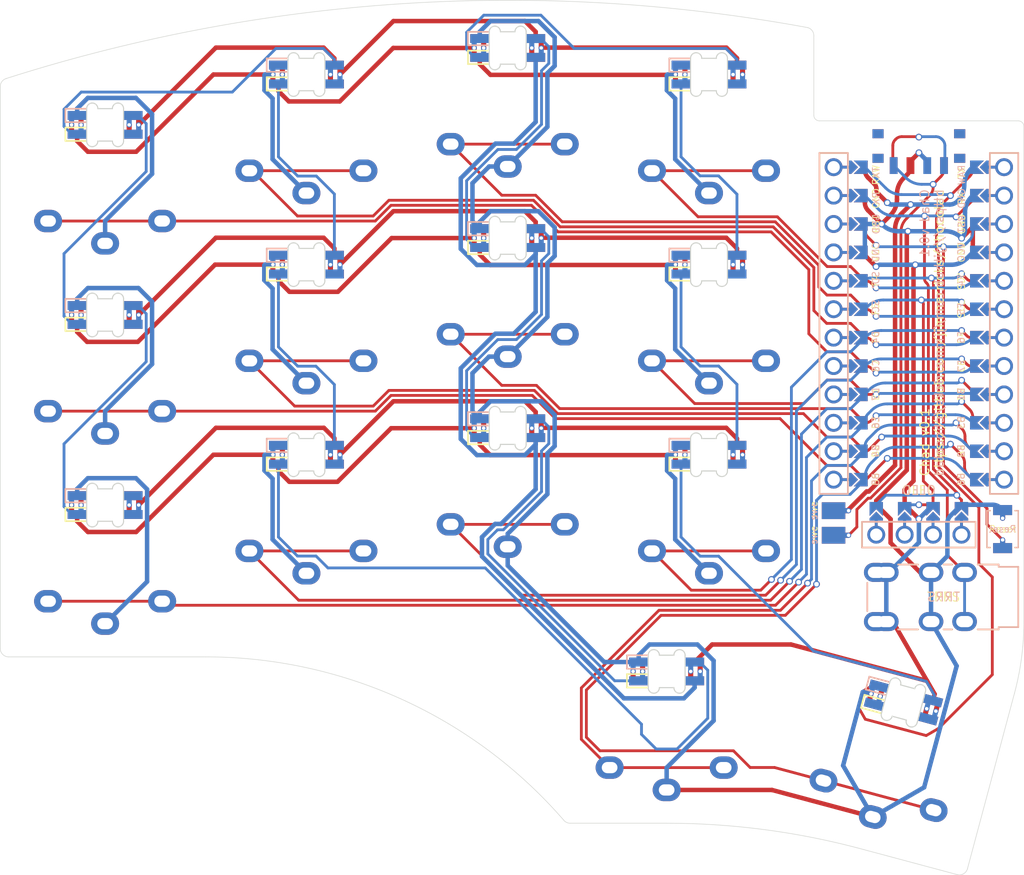
<source format=kicad_pcb>
(kicad_pcb (version 20211014) (generator pcbnew)
  (title_block (title "Chocolad") (date "2022-01-21") (rev "0.5") (company "jmnw"))
  (layers (0 "F.Cu" signal) (31 "B.Cu" signal) (34 "B.Paste" user) (35 "F.Paste" user) (36 "B.SilkS" user "B.Silkscreen") (37 "F.SilkS" user "F.Silkscreen") (38 "B.Mask" user) (39 "F.Mask" user) (44 "Edge.Cuts" user))
  (net 0 "")
  (net 1 "Net-(L1-Pad2)")
  (net 2 "Net-(L3-Pad2)")
  (net 3 "Net-(L4-Pad4)")
  (net 4 "Net-(L5-Pad2)")
  (net 6 "switch1")
  (net 7 "switch2")
  (net 8 "switch3")
  (net 9 "switch4")
  (net 10 "switch5")
  (net 11 "switch6")
  (net 12 "switch7")
  (net 13 "switch8")
  (net 14 "switch9")
  (net 15 "switch10")
  (net 16 "switch11")
  (net 17 "switch12")
  (net 18 "switch13")
  (net 19 "switch14")
  (net 20 "Net-(L12-Pad2)")
  (net 21 "GND")
  (net 22 "VCC")
  (net 23 "LED")
  (net 24 "data")
  (net 25 "Net-(BT1-Pad2)")
  (net 26 "Net-(L1-Pad4)")
  (net 27 "Net-(L2-Pad4)")
  (net 28 "Net-(L3-Pad4)")
  (net 29 "Net-(L10-Pad2)")
  (net 30 "Net-(L11-Pad2)")
  (net 31 "reset")
  (net 32 "SCL")
  (net 33 "SDA")
  (net 34 "raw")
  (net 35 "Net-(L12-Pad4)")
  (net 36 "unconnected-(PSW1-Pad3)")
  (net 37 "Net-(L10-Pad4)")
  (net 38 "Net-(L11-Pad4)")
  (footprint "chocolad:SK6812_Mini_E" (layer "F.Cu") (at 47.854822 59.937422 180)
    (fp_text reference "L1" hide)
    (fp_text value "SK6812Mini-e" hide)
    (fp_line (start -0.65 1.45) (end 0.65 1.45) (layer "Edge.Cuts") (width 0.1))
    (fp_line (start 1.65 1.45) (end 1.65 -1.45) (layer "Edge.Cuts") (width 0.1))
    (fp_line (start -0.65 -1.45) (end 0.65 -1.45) (layer "Edge.Cuts") (width 0.1))
    (fp_line (start -1.65 -1.45) (end -1.65 1.45) (layer "Edge.Cuts") (width 0.1))
    (fp_arc (start -0.65 1.45) (mid -1.15 1.95) (end -1.65 1.45) (layer "Edge.Cuts") (width 0.1))
    (fp_arc (start 0.65 -1.45) (mid 1.15 -1.95) (end 1.65 -1.45) (layer "Edge.Cuts") (width 0.1))
    (fp_arc (start 1.65 1.45) (mid 1.15 1.95) (end 0.65 1.45) (layer "Edge.Cuts") (width 0.1))
    (fp_arc (start -1.65 -1.45) (mid -1.15 -1.95) (end -0.65 -1.45) (layer "Edge.Cuts") (width 0.1))
  )
  (footprint "jmnw:SK6812_Mini_E_edit" (layer "F.Cu") (at 65.854818 55.437421 180)
    (fp_text reference "L2" hide)
    (fp_text value "SK6812Mini-e" hide)
    (fp_line (start -0.65 1.45) (end 0.65 1.45) (layer "Edge.Cuts") (width 0.1))
    (fp_line (start -1.65 -1.45) (end -1.65 1.45) (layer "Edge.Cuts") (width 0.1))
    (fp_line (start -0.65 -1.45) (end 0.65 -1.45) (layer "Edge.Cuts") (width 0.1))
    (fp_line (start 1.65 1.45) (end 1.65 -1.45) (layer "Edge.Cuts") (width 0.1))
    (fp_arc (start 0.65 -1.45) (mid 1.15 -1.95) (end 1.65 -1.45) (layer "Edge.Cuts") (width 0.1))
    (fp_arc (start 1.65 1.45) (mid 1.15 1.95) (end 0.65 1.45) (layer "Edge.Cuts") (width 0.1))
    (fp_arc (start -1.65 -1.45) (mid -1.15 -1.95) (end -0.65 -1.45) (layer "Edge.Cuts") (width 0.1))
    (fp_arc (start -0.65 1.45) (mid -1.15 1.95) (end -1.65 1.45) (layer "Edge.Cuts") (width 0.1))
  )
  (footprint "jmnw:SK6812_Mini_E_edit" (layer "F.Cu") (at 83.854825 53.062427 180)
    (fp_text reference "L3" hide)
    (fp_text value "SK6812Mini-e" hide)
    (fp_line (start 1.65 1.45) (end 1.65 -1.45) (layer "Edge.Cuts") (width 0.1))
    (fp_line (start -1.65 -1.45) (end -1.65 1.45) (layer "Edge.Cuts") (width 0.1))
    (fp_line (start -0.65 1.45) (end 0.65 1.45) (layer "Edge.Cuts") (width 0.1))
    (fp_line (start -0.65 -1.45) (end 0.65 -1.45) (layer "Edge.Cuts") (width 0.1))
    (fp_arc (start -1.65 -1.45) (mid -1.15 -1.95) (end -0.65 -1.45) (layer "Edge.Cuts") (width 0.1))
    (fp_arc (start 1.65 1.45) (mid 1.15 1.95) (end 0.65 1.45) (layer "Edge.Cuts") (width 0.1))
    (fp_arc (start -0.65 1.45) (mid -1.15 1.95) (end -1.65 1.45) (layer "Edge.Cuts") (width 0.1))
    (fp_arc (start 0.65 -1.45) (mid 1.15 -1.95) (end 1.65 -1.45) (layer "Edge.Cuts") (width 0.1))
  )
  (footprint "jmnw:SK6812_Mini_E_edit" (layer "F.Cu") (at 101.854823 55.437425 180)
    (fp_text reference "L4" hide)
    (fp_text value "SK6812Mini-e" hide)
    (fp_line (start -1.65 -1.45) (end -1.65 1.45) (layer "Edge.Cuts") (width 0.1))
    (fp_line (start -0.65 1.45) (end 0.65 1.45) (layer "Edge.Cuts") (width 0.1))
    (fp_line (start 1.65 1.45) (end 1.65 -1.45) (layer "Edge.Cuts") (width 0.1))
    (fp_line (start -0.65 -1.45) (end 0.65 -1.45) (layer "Edge.Cuts") (width 0.1))
    (fp_arc (start -1.65 -1.45) (mid -1.15 -1.95) (end -0.65 -1.45) (layer "Edge.Cuts") (width 0.1))
    (fp_arc (start -0.65 1.45) (mid -1.15 1.95) (end -1.65 1.45) (layer "Edge.Cuts") (width 0.1))
    (fp_arc (start 1.65 1.45) (mid 1.15 1.95) (end 0.65 1.45) (layer "Edge.Cuts") (width 0.1))
    (fp_arc (start 0.65 -1.45) (mid 1.15 -1.95) (end 1.65 -1.45) (layer "Edge.Cuts") (width 0.1))
  )
  (footprint "jmnw:SK6812_Mini_E_edit" (layer "F.Cu") (at 47.854827 76.937421 180)
    (fp_text reference "L5" hide)
    (fp_text value "SK6812Mini-e" hide)
    (fp_line (start -1.65 -1.45) (end -1.65 1.45) (layer "Edge.Cuts") (width 0.1))
    (fp_line (start -0.65 1.45) (end 0.65 1.45) (layer "Edge.Cuts") (width 0.1))
    (fp_line (start 1.65 1.45) (end 1.65 -1.45) (layer "Edge.Cuts") (width 0.1))
    (fp_line (start -0.65 -1.45) (end 0.65 -1.45) (layer "Edge.Cuts") (width 0.1))
    (fp_arc (start 1.65 1.45) (mid 1.15 1.95) (end 0.65 1.45) (layer "Edge.Cuts") (width 0.1))
    (fp_arc (start 0.65 -1.45) (mid 1.15 -1.95) (end 1.65 -1.45) (layer "Edge.Cuts") (width 0.1))
    (fp_arc (start -0.65 1.45) (mid -1.15 1.95) (end -1.65 1.45) (layer "Edge.Cuts") (width 0.1))
    (fp_arc (start -1.65 -1.45) (mid -1.15 -1.95) (end -0.65 -1.45) (layer "Edge.Cuts") (width 0.1))
  )
  (footprint "jmnw:SK6812_Mini_E_edit" (layer "F.Cu") (at 65.854825 72.437424 180)
    (fp_text reference "L6" hide)
    (fp_text value "SK6812Mini-e" hide)
    (fp_line (start -0.65 -1.45) (end 0.65 -1.45) (layer "Edge.Cuts") (width 0.1))
    (fp_line (start -0.65 1.45) (end 0.65 1.45) (layer "Edge.Cuts") (width 0.1))
    (fp_line (start 1.65 1.45) (end 1.65 -1.45) (layer "Edge.Cuts") (width 0.1))
    (fp_line (start -1.65 -1.45) (end -1.65 1.45) (layer "Edge.Cuts") (width 0.1))
    (fp_arc (start 1.65 1.45) (mid 1.15 1.95) (end 0.65 1.45) (layer "Edge.Cuts") (width 0.1))
    (fp_arc (start 0.65 -1.45) (mid 1.15 -1.95) (end 1.65 -1.45) (layer "Edge.Cuts") (width 0.1))
    (fp_arc (start -1.65 -1.45) (mid -1.15 -1.95) (end -0.65 -1.45) (layer "Edge.Cuts") (width 0.1))
    (fp_arc (start -0.65 1.45) (mid -1.15 1.95) (end -1.65 1.45) (layer "Edge.Cuts") (width 0.1))
  )
  (footprint "jmnw:SK6812_Mini_E_edit" (layer "F.Cu") (at 83.854828 70.062426 180)
    (fp_text reference "L7" hide)
    (fp_text value "SK6812Mini-e" hide)
    (fp_line (start 1.65 1.45) (end 1.65 -1.45) (layer "Edge.Cuts") (width 0.1))
    (fp_line (start -1.65 -1.45) (end -1.65 1.45) (layer "Edge.Cuts") (width 0.1))
    (fp_line (start -0.65 1.45) (end 0.65 1.45) (layer "Edge.Cuts") (width 0.1))
    (fp_line (start -0.65 -1.45) (end 0.65 -1.45) (layer "Edge.Cuts") (width 0.1))
    (fp_arc (start 0.65 -1.45) (mid 1.15 -1.95) (end 1.65 -1.45) (layer "Edge.Cuts") (width 0.1))
    (fp_arc (start 1.65 1.45) (mid 1.15 1.95) (end 0.65 1.45) (layer "Edge.Cuts") (width 0.1))
    (fp_arc (start -1.65 -1.45) (mid -1.15 -1.95) (end -0.65 -1.45) (layer "Edge.Cuts") (width 0.1))
    (fp_arc (start -0.65 1.45) (mid -1.15 1.95) (end -1.65 1.45) (layer "Edge.Cuts") (width 0.1))
  )
  (footprint "jmnw:SK6812_Mini_E_edit" (layer "F.Cu") (at 101.854819 72.437421 180)
    (fp_text reference "L8" hide)
    (fp_text value "SK6812Mini-e" hide)
    (fp_line (start -0.65 -1.45) (end 0.65 -1.45) (layer "Edge.Cuts") (width 0.1))
    (fp_line (start 1.65 1.45) (end 1.65 -1.45) (layer "Edge.Cuts") (width 0.1))
    (fp_line (start -0.65 1.45) (end 0.65 1.45) (layer "Edge.Cuts") (width 0.1))
    (fp_line (start -1.65 -1.45) (end -1.65 1.45) (layer "Edge.Cuts") (width 0.1))
    (fp_arc (start 0.65 -1.45) (mid 1.15 -1.95) (end 1.65 -1.45) (layer "Edge.Cuts") (width 0.1))
    (fp_arc (start -1.65 -1.45) (mid -1.15 -1.95) (end -0.65 -1.45) (layer "Edge.Cuts") (width 0.1))
    (fp_arc (start 1.65 1.45) (mid 1.15 1.95) (end 0.65 1.45) (layer "Edge.Cuts") (width 0.1))
    (fp_arc (start -0.65 1.45) (mid -1.15 1.95) (end -1.65 1.45) (layer "Edge.Cuts") (width 0.1))
  )
  (footprint "jmnw:SK6812_Mini_E_edit" (layer "F.Cu") (at 47.854822 93.93742 180)
    (fp_text reference "L9" hide)
    (fp_text value "SK6812Mini-e" hide)
    (fp_line (start -0.65 1.45) (end 0.65 1.45) (layer "Edge.Cuts") (width 0.1))
    (fp_line (start -0.65 -1.45) (end 0.65 -1.45) (layer "Edge.Cuts") (width 0.1))
    (fp_line (start -1.65 -1.45) (end -1.65 1.45) (layer "Edge.Cuts") (width 0.1))
    (fp_line (start 1.65 1.45) (end 1.65 -1.45) (layer "Edge.Cuts") (width 0.1))
    (fp_arc (start -1.65 -1.45) (mid -1.15 -1.95) (end -0.65 -1.45) (layer "Edge.Cuts") (width 0.1))
    (fp_arc (start 0.65 -1.45) (mid 1.15 -1.95) (end 1.65 -1.45) (layer "Edge.Cuts") (width 0.1))
    (fp_arc (start 1.65 1.45) (mid 1.15 1.95) (end 0.65 1.45) (layer "Edge.Cuts") (width 0.1))
    (fp_arc (start -0.65 1.45) (mid -1.15 1.95) (end -1.65 1.45) (layer "Edge.Cuts") (width 0.1))
  )
  (footprint "jmnw:SK6812_Mini_E_edit" (layer "F.Cu") (at 65.854821 89.437425 180)
    (fp_text reference "L10" hide)
    (fp_text value "SK6812Mini-e" hide)
    (fp_line (start -1.65 -1.45) (end -1.65 1.45) (layer "Edge.Cuts") (width 0.1))
    (fp_line (start -0.65 -1.45) (end 0.65 -1.45) (layer "Edge.Cuts") (width 0.1))
    (fp_line (start 1.65 1.45) (end 1.65 -1.45) (layer "Edge.Cuts") (width 0.1))
    (fp_line (start -0.65 1.45) (end 0.65 1.45) (layer "Edge.Cuts") (width 0.1))
    (fp_arc (start 0.65 -1.45) (mid 1.15 -1.95) (end 1.65 -1.45) (layer "Edge.Cuts") (width 0.1))
    (fp_arc (start -0.65 1.45) (mid -1.15 1.95) (end -1.65 1.45) (layer "Edge.Cuts") (width 0.1))
    (fp_arc (start -1.65 -1.45) (mid -1.15 -1.95) (end -0.65 -1.45) (layer "Edge.Cuts") (width 0.1))
    (fp_arc (start 1.65 1.45) (mid 1.15 1.95) (end 0.65 1.45) (layer "Edge.Cuts") (width 0.1))
  )
  (footprint "jmnw:SK6812_Mini_E_edit" (layer "F.Cu") (at 83.854826 87.062425 180)
    (fp_text reference "L11" hide)
    (fp_text value "SK6812Mini-e" hide)
    (fp_line (start 1.65 1.45) (end 1.65 -1.45) (layer "Edge.Cuts") (width 0.1))
    (fp_line (start -0.65 1.45) (end 0.65 1.45) (layer "Edge.Cuts") (width 0.1))
    (fp_line (start -1.65 -1.45) (end -1.65 1.45) (layer "Edge.Cuts") (width 0.1))
    (fp_line (start -0.65 -1.45) (end 0.65 -1.45) (layer "Edge.Cuts") (width 0.1))
    (fp_arc (start -1.65 -1.45) (mid -1.15 -1.95) (end -0.65 -1.45) (layer "Edge.Cuts") (width 0.1))
    (fp_arc (start 1.65 1.45) (mid 1.15 1.95) (end 0.65 1.45) (layer "Edge.Cuts") (width 0.1))
    (fp_arc (start -0.65 1.45) (mid -1.15 1.95) (end -1.65 1.45) (layer "Edge.Cuts") (width 0.1))
    (fp_arc (start 0.65 -1.45) (mid 1.15 -1.95) (end 1.65 -1.45) (layer "Edge.Cuts") (width 0.1))
  )
  (footprint "jmnw:SK6812_Mini_E_edit" (layer "F.Cu") (at 101.85482 89.437425 180)
    (fp_text reference "L12" hide)
    (fp_text value "SK6812Mini-e" hide)
    (fp_line (start -0.65 -1.45) (end 0.65 -1.45) (layer "Edge.Cuts") (width 0.1))
    (fp_line (start -1.65 -1.45) (end -1.65 1.45) (layer "Edge.Cuts") (width 0.1))
    (fp_line (start -0.65 1.45) (end 0.65 1.45) (layer "Edge.Cuts") (width 0.1))
    (fp_line (start 1.65 1.45) (end 1.65 -1.45) (layer "Edge.Cuts") (width 0.1))
    (fp_arc (start 1.65 1.45) (mid 1.15 1.95) (end 0.65 1.45) (layer "Edge.Cuts") (width 0.1))
    (fp_arc (start -0.65 1.45) (mid -1.15 1.95) (end -1.65 1.45) (layer "Edge.Cuts") (width 0.1))
    (fp_arc (start 0.65 -1.45) (mid 1.15 -1.95) (end 1.65 -1.45) (layer "Edge.Cuts") (width 0.1))
    (fp_arc (start -1.65 -1.45) (mid -1.15 -1.95) (end -0.65 -1.45) (layer "Edge.Cuts") (width 0.1))
  )
  (footprint "jmnw:SK6812_Mini_E_edit" (layer "F.Cu") (at 98.067822 108.81242 180)
    (fp_text reference "L13" hide)
    (fp_text value "SK6812Mini-e" hide)
    (fp_line (start -1.65 -1.45) (end -1.65 1.45) (layer "Edge.Cuts") (width 0.1))
    (fp_line (start -0.65 1.45) (end 0.65 1.45) (layer "Edge.Cuts") (width 0.1))
    (fp_line (start 1.65 1.45) (end 1.65 -1.45) (layer "Edge.Cuts") (width 0.1))
    (fp_line (start -0.65 -1.45) (end 0.65 -1.45) (layer "Edge.Cuts") (width 0.1))
    (fp_arc (start 0.65 -1.45) (mid 1.15 -1.95) (end 1.65 -1.45) (layer "Edge.Cuts") (width 0.1))
    (fp_arc (start -1.65 -1.45) (mid -1.15 -1.95) (end -0.65 -1.45) (layer "Edge.Cuts") (width 0.1))
    (fp_arc (start -0.65 1.45) (mid -1.15 1.95) (end -1.65 1.45) (layer "Edge.Cuts") (width 0.1))
    (fp_arc (start 1.65 1.45) (mid 1.15 1.95) (end 0.65 1.45) (layer "Edge.Cuts") (width 0.1))
  )
  (footprint "jmnw:SK6812_Mini_E_edit" (layer "F.Cu") (at 119.243601 111.589258 165)
    (fp_text reference "L14" hide)
    (fp_text value "SK6812Mini-e" hide)
    (fp_line (start -1.65 -1.45) (end -1.65 1.45) (layer "Edge.Cuts") (width 0.1))
    (fp_line (start 1.65 1.45) (end 1.65 -1.45) (layer "Edge.Cuts") (width 0.1))
    (fp_line (start -0.65 -1.45) (end 0.65 -1.45) (layer "Edge.Cuts") (width 0.1))
    (fp_line (start -0.65 1.45) (end 0.65 1.45) (layer "Edge.Cuts") (width 0.1))
    (fp_arc (start 1.65 1.45) (mid 1.15 1.95) (end 0.65 1.45) (layer "Edge.Cuts") (width 0.1))
    (fp_arc (start 0.65 -1.45) (mid 1.15 -1.95) (end 1.65 -1.45) (layer "Edge.Cuts") (width 0.1))
    (fp_arc (start -1.65 -1.45) (mid -1.15 -1.95) (end -0.65 -1.45) (layer "Edge.Cuts") (width 0.1))
    (fp_arc (start -0.65 1.45) (mid -1.15 1.95) (end -1.65 1.45) (layer "Edge.Cuts") (width 0.1))
  )
  (footprint "chocolad:Choc" (layer "F.Cu") (at 47.854821 64.637427)
    (fp_text reference "SW1" hide)
    (fp_text value "SW_PUSH" hide)
  )
  (footprint "chocolad:Choc" (layer "F.Cu") (at 65.854819 60.137429)
    (fp_text reference "SW2" hide)
    (fp_text value "SW_PUSH" hide)
  )
  (footprint "chocolad:Choc" (layer "F.Cu") (at 83.854826 57.762426)
    (fp_text reference "SW3" hide)
    (fp_text value "SW_PUSH" hide)
  )
  (footprint "chocolad:Choc" (layer "F.Cu") (at 101.854825 60.137429)
    (fp_text reference "SW4" hide)
    (fp_text value "SW_PUSH" hide)
  )
  (footprint "chocolad:Choc" (layer "F.Cu") (at 47.854824 81.637423)
    (fp_text reference "SW5" hide)
    (fp_text value "SW_PUSH" hide)
  )
  (footprint "chocolad:Choc" (layer "F.Cu") (at 65.854822 77.137427)
    (fp_text reference "SW6" hide)
    (fp_text value "SW_PUSH" hide)
  )
  (footprint "chocolad:Choc" (layer "F.Cu") (at 101.85482 77.137428)
    (fp_text reference "SW8" hide)
    (fp_text value "SW_PUSH" hide)
  )
  (footprint "chocolad:Choc" (layer "F.Cu") (at 47.854821 98.637425)
    (fp_text reference "SW9" hide)
    (fp_text value "SW_PUSH" hide)
  )
  (footprint "chocolad:Choc" (layer "F.Cu") (at 65.854825 94.137426)
    (fp_text reference "SW10" hide)
    (fp_text value "SW_PUSH" hide)
  )
  (footprint "chocolad:Choc" (layer "F.Cu") (at 83.854823 91.762425)
    (fp_text reference "SW11" hide)
    (fp_text value "SW_PUSH" hide)
  )
  (footprint "chocolad:Choc" (layer "F.Cu") (at 101.85482 94.137427)
    (fp_text reference "SW12" hide)
    (fp_text value "SW_PUSH" hide)
  )
  (footprint "chocolad:Choc" (layer "F.Cu") (at 98.06782 113.512425)
    (fp_text reference "SW13" hide)
    (fp_text value "SW_PUSH" hide)
  )
  (footprint "chocolad:Choc" (layer "F.Cu") (at 118.027144 116.129116 -15)
    (fp_text reference "SW14" hide)
    (fp_text value "SW_PUSH" hide)
  )
  (footprint "chocolad:ProMicro" (layer "F.Cu") (at 120.619242 77.694065)
    (fp_text reference "U1" hide)
    (fp_text value "ProMicro" hide)
  )
  (footprint "chocolad:Choc" (layer "F.Cu") (at 83.854823 74.762424)
    (fp_text reference "SW7" hide)
    (fp_text value "SW_PUSH" hide)
  )
  (footprint "chocolad:Power" (layer "F.Cu") (at 120.619246 61.831056 180)
    (fp_text reference "PSW1" hide)
    (fp_text value "SW_SPDT" hide)
  )
  (footprint "chocolad:Reset" (layer "F.Cu") (at 128.109531 96.084138 90)
    (fp_text reference "RSW1" hide)
    (fp_text value "Reset")
  )
  (footprint "chocolad:Battery_pads" (layer "F.Cu") (at 112.992533 95.539133 -90)
    (fp_text reference "BT1" hide)
    (fp_text value "Battery_Cell" hide)
  )
  (footprint "chocolad:OLED" (layer "F.Cu") (at 116.809424 96.583757)
    (fp_text reference "O1" hide)
    (fp_text value "OLED")
  )
  (footprint "chocolad:TRRS" (layer "F.Cu") (at 127.909531 102.15614 -90)
    (fp_text reference "J1")
    (fp_text value "TRRS" hide)
  )
  (gr_arc (start 39.006008 55.797228) (mid 74.564822 49.095606) (end 110.68588 51.242749) (layer "Edge.Cuts") (width 0.05))
  (gr_line (start 89.442751 122.387199) (end 98.06775 122.387199) (layer "Edge.Cuts") (width 0.05))
  (gr_line (start 130.010535 60.080141) (end 130.011165 104.390013) (layer "Edge.Cuts") (width 0.05))
  (gr_line (start 111.729384 59.58052) (end 129.510532 59.580129) (layer "Edge.Cuts") (width 0.05))
  (gr_line (start 115.718313 124.750697) (end 124.048673 126.98281) (layer "Edge.Cuts") (width 0.05))
  (gr_arc (start 39.230272 107.512218) (mid 38.69994 107.292548) (end 38.480273 106.762215) (layer "Edge.Cuts") (width 0.05))
  (gr_arc (start 89.442751 122.387199) (mid 89.120148 122.31412) (end 88.860536 122.109143) (layer "Edge.Cuts") (width 0.05))
  (gr_arc (start 124.967233 126.45248) (mid 124.617791 126.907885) (end 124.048677 126.982803) (layer "Edge.Cuts") (width 0.05))
  (gr_arc (start 111.729384 59.58052) (mid 111.375821 59.434074) (end 111.229377 59.080508) (layer "Edge.Cuts") (width 0.05))
  (gr_arc (start 129.510532 59.580129) (mid 129.864096 59.726575) (end 130.010535 60.080141) (layer "Edge.Cuts") (width 0.05))
  (gr_line (start 56.8548 107.512219) (end 39.230272 107.512218) (layer "Edge.Cuts") (width 0.05))
  (gr_line (start 124.967233 126.45248) (end 129.173014 110.7563) (layer "Edge.Cuts") (width 0.05))
  (gr_arc (start 98.06775 122.387199) (mid 106.971659 122.981761) (end 115.718313 124.750697) (layer "Edge.Cuts") (width 0.05))
  (gr_arc (start 110.68588 51.242749) (mid 111.07833 51.51165) (end 111.229523 51.96272) (layer "Edge.Cuts") (width 0.05))
  (gr_line (start 111.229523 51.96272) (end 111.229377 59.080508) (layer "Edge.Cuts") (width 0.05))
  (gr_arc (start 56.8548 107.512219) (mid 74.443962 111.332516) (end 88.860536 122.109143) (layer "Edge.Cuts") (width 0.05))
  (gr_arc (start 38.48027 56.512692) (mid 38.62587 56.068788) (end 39.006008 55.797228) (layer "Edge.Cuts") (width 0.05))
  (gr_arc (start 130.011165 104.390013) (mid 129.800775 107.600631) (end 129.173014 110.7563) (layer "Edge.Cuts") (width 0.05))
  (gr_line (start 38.48027 106.762216) (end 38.48027 56.512692) (layer "Edge.Cuts") (width 0.05))
  (gr_text "Chad v0.1\nhttps://github.com/jimmerricks/chocolad" (at 121.788036 65.62501 90) (layer "B.SilkS") (effects (font (size 0.8 0.8) (thickness 0.1)) (justify left mirror)))
  (gr_text "Chad v0.1\nhttps://github.com/jimmerricks/chocolad" (at 121.78804 91.425005 90) (layer "F.SilkS") (effects (font (size 0.8 0.8) (thickness 0.1)) (justify left)))
  (segment (start 50.797496 59.097422) (end 51.529331 59.829259) (width 0.25) (layer "B.Cu") (net 1))
  (segment (start 44.912607 77.777419) (end 44.180314 77.045126) (width 0.25) (layer "B.Cu") (net 1))
  (segment (start 44.180314 71.455738) (end 44.180314 77.045126) (width 0.25) (layer "B.Cu") (net 1))
  (segment (start 45.354827 77.777419) (end 44.912607 77.777419) (width 0.25) (layer "B.Cu") (net 1))
  (segment (start 50.35482 59.097422) (end 50.797496 59.097422) (width 0.25) (layer "B.Cu") (net 1))
  (segment (start 51.529331 59.829259) (end 51.529333 64.106721) (width 0.25) (layer "B.Cu") (net 1))
  (segment (start 51.529333 64.106721) (end 44.180314 71.455738) (width 0.25) (layer "B.Cu") (net 1))
  (segment (start 80.180319 70.170133) (end 80.912611 70.902428) (width 0.25) (layer "B.Cu") (net 2))
  (segment (start 86.802499 52.222427) (end 87.529336 52.949264) (width 0.25) (layer "B.Cu") (net 2))
  (segment (start 86.879345 55.096709) (end 86.879343 59.896123) (width 0.25) (layer "B.Cu") (net 2))
  (segment (start 87.529336 52.949264) (end 87.529336 54.446718) (width 0.25) (layer "B.Cu") (net 2))
  (segment (start 80.912611 70.902428) (end 81.35483 70.902426) (width 0.25) (layer "B.Cu") (net 2))
  (segment (start 84.637478 62.13799) (end 82.978062 62.13799) (width 0.25) (layer "B.Cu") (net 2))
  (segment (start 86.879343 59.896123) (end 84.637478 62.13799) (width 0.25) (layer "B.Cu") (net 2))
  (segment (start 87.529336 54.446718) (end 86.879345 55.096709) (width 0.25) (layer "B.Cu") (net 2))
  (segment (start 82.978062 62.13799) (end 80.180319 64.935735) (width 0.25) (layer "B.Cu") (net 2))
  (segment (start 86.354823 52.222427) (end 86.802499 52.222427) (width 0.25) (layer "B.Cu") (net 2))
  (segment (start 80.180319 64.935735) (end 80.180319 70.170133) (width 0.25) (layer "B.Cu") (net 2))
  (segment (start 99.354825 56.277425) (end 99.354824 62.795646) (width 0.25) (layer "B.Cu") (net 3))
  (segment (start 99.354824 62.795646) (end 101.05717 64.49799) (width 0.25) (layer "B.Cu") (net 3))
  (segment (start 104.354821 66.144747) (end 104.354821 71.597421) (width 0.25) (layer "B.Cu") (net 3))
  (segment (start 102.708064 64.49799) (end 104.354821 66.144747) (width 0.25) (layer "B.Cu") (net 3))
  (segment (start 101.05717 64.49799) (end 102.708064 64.49799) (width 0.25) (layer "B.Cu") (net 3))
  (segment (start 51.529336 81.116716) (end 44.180311 88.465743) (width 0.25) (layer "B.Cu") (net 4))
  (segment (start 50.797493 76.097419) (end 51.529338 76.829264) (width 0.25) (layer "B.Cu") (net 4))
  (segment (start 45.35482 94.77742) (end 44.887492 94.777421) (width 0.25) (layer "B.Cu") (net 4))
  (segment (start 50.354827 76.097419) (end 50.797493 76.097419) (width 0.25) (layer "B.Cu") (net 4))
  (segment (start 51.529338 76.829264) (end 51.529336 81.116716) (width 0.25) (layer "B.Cu") (net 4))
  (segment (start 44.887492 94.777421) (end 44.180309 94.070237) (width 0.25) (layer "B.Cu") (net 4))
  (segment (start 44.180311 88.465743) (end 44.180309 94.070237) (width 0.25) (layer "B.Cu") (net 4))
  (segment (start 116.377919 81.723739) (end 116.793245 82.13907) (width 0.25) (layer "F.Cu") (net 6))
  (segment (start 73.41865 67.131816) (end 85.981853 67.131816) (width 0.25) (layer "F.Cu") (net 6))
  (segment (start 110.78096 78.62096) (end 112.39 80.23) (width 0.25) (layer "F.Cu") (net 6))
  (segment (start 115.793253 81.504064) (end 115.847594 81.504063) (width 0.25) (layer "F.Cu") (net 6))
  (segment (start 72.013039 68.537427) (end 73.41865 67.131816) (width 0.25) (layer "F.Cu") (net 6))
  (segment (start 42.754819 68.537427) (end 52.954821 68.537427) (width 0.25) (layer "F.Cu") (net 6))
  (segment (start 52.954821 68.537427) (end 72.013039 68.537427) (width 0.25) (layer "F.Cu") (net 6))
  (segment (start 114.519177 80.23) (end 115.793242 81.504065) (width 0.25) (layer "F.Cu") (net 6))
  (segment (start 107.409656 69.50681) (end 110.78096 72.878114) (width 0.25) (layer "F.Cu") (net 6))
  (segment (start 88.356847 69.50681) (end 107.409656 69.50681) (width 0.25) (layer "F.Cu") (net 6))
  (segment (start 112.39 80.23) (end 114.519177 80.23) (width 0.25) (layer "F.Cu") (net 6))
  (segment (start 43.004821 68.537427) (end 42.75482 68.537427) (width 0.25) (layer "F.Cu") (net 6))
  (segment (start 110.78096 72.878114) (end 110.78096 78.62096) (width 0.25) (layer "F.Cu") (net 6))
  (segment (start 85.981853 67.131816) (end 88.356847 69.50681) (width 0.25) (layer "F.Cu") (net 6))
  (via (at 116.793245 82.13907) (size 0.6) (drill 0.4) (layers "F.Cu" "B.Cu") (net 6))
  (arc (start 116.377919 81.723739) (mid 116.134603 81.561158) (end 115.847594 81.504063) (width 0.25) (layer "F.Cu") (net 6))
  (segment (start 125.192662 81.756662) (end 125.445256 81.50406) (width 0.25) (layer "B.Cu") (net 6))
  (segment (start 116.986306 82.049567) (end 124.485545 82.049562) (width 0.25) (layer "B.Cu") (net 6))
  (segment (start 116.793245 82.13907) (end 116.809538 82.12278) (width 0.25) (layer "B.Cu") (net 6))
  (arc (start 125.192662 81.756662) (mid 124.868234 81.973443) (end 124.485545 82.049562) (width 0.25) (layer "B.Cu") (net 6))
  (arc (start 116.986306 82.049567) (mid 116.890639 82.068595) (end 116.809538 82.12278) (width 0.25) (layer "B.Cu") (net 6))
  (segment (start 65.055297 68.087907) (end 61.004819 64.037429) (width 0.25) (layer "F.Cu") (net 7))
  (segment (start 111.23048 76.54048) (end 111.23048 72.691916) (width 0.25) (layer "F.Cu") (net 7))
  (segment (start 60.754821 64.037429) (end 70.954819 64.037429) (width 0.25) (layer "F.Cu") (net 7))
  (segment (start 115.793247 78.96407) (end 115.847579 78.964069) (width 0.25) (layer "F.Cu") (net 7))
  (segment (start 61.004819 64.037429) (end 60.75482 64.037429) (width 0.25) (layer "F.Cu") (net 7))
  (segment (start 114.519177 77.69) (end 112.38 77.69) (width 0.25) (layer "F.Cu") (net 7))
  (segment (start 116.377933 79.183747) (end 116.793245 79.59907) (width 0.25) (layer "F.Cu") (net 7))
  (segment (start 73.232451 66.682296) (end 71.82684 68.087907) (width 0.25) (layer "F.Cu") (net 7))
  (segment (start 112.38 77.69) (end 111.23048 76.54048) (width 0.25) (layer "F.Cu") (net 7))
  (segment (start 71.82684 68.087907) (end 65.055297 68.087907) (width 0.25) (layer "F.Cu") (net 7))
  (segment (start 107.595854 69.05729) (end 88.543044 69.05729) (width 0.25) (layer "F.Cu") (net 7))
  (segment (start 88.543044 69.05729) (end 86.168049 66.682297) (width 0.25) (layer "F.Cu") (net 7))
  (segment (start 111.23048 72.691916) (end 107.595854 69.05729) (width 0.25) (layer "F.Cu") (net 7))
  (segment (start 115.793242 78.964065) (end 114.519177 77.69) (width 0.25) (layer "F.Cu") (net 7))
  (segment (start 86.168049 66.682297) (end 73.232451 66.682296) (width 0.25) (layer "F.Cu") (net 7))
  (via (at 116.793245 79.59907) (size 0.6) (drill 0.4) (layers "F.Cu" "B.Cu") (net 7))
  (arc (start 115.847579 78.964069) (mid 116.134605 79.021157) (end 116.377933 79.183747) (width 0.25) (layer "F.Cu") (net 7))
  (segment (start 116.793245 79.59907) (end 123.981831 79.599067) (width 0.25) (layer "B.Cu") (net 7))
  (segment (start 125.396041 79.013283) (end 125.445253 78.964067) (width 0.25) (layer "B.Cu") (net 7))
  (arc (start 123.981831 79.599067) (mid 124.747195 79.446825) (end 125.396041 79.013283) (width 0.25) (layer "B.Cu") (net 7))
  (segment (start 116.377925 76.643745) (end 116.793244 77.059068) (width 0.25) (layer "F.Cu") (net 8))
  (segment (start 86.354247 66.232776) (end 83.325175 66.232776) (width 0.25) (layer "F.Cu") (net 8))
  (segment (start 111.68 74.44) (end 111.68 72.505718) (width 0.25) (layer "F.Cu") (net 8))
  (segment (start 111.68 72.505718) (end 107.782052 68.60777) (width 0.25) (layer "F.Cu") (net 8))
  (segment (start 78.754826 61.662426) (end 88.954826 61.662426) (width 0.25) (layer "F.Cu") (net 8))
  (segment (start 107.782052 68.60777) (end 88.729242 68.60777) (width 0.25) (layer "F.Cu") (net 8))
  (segment (start 114.529177 75.16) (end 112.4 75.16) (width 0.25) (layer "F.Cu") (net 8))
  (segment (start 88.729242 68.60777) (end 86.354247 66.232776) (width 0.25) (layer "F.Cu") (net 8))
  (segment (start 112.4 75.16) (end 111.68 74.44) (width 0.25) (layer "F.Cu") (net 8))
  (segment (start 115.793242 76.424065) (end 114.529177 75.16) (width 0.25) (layer "F.Cu") (net 8))
  (segment (start 83.325175 66.232776) (end 78.754826 61.662426) (width 0.25) (layer "F.Cu") (net 8))
  (segment (start 115.79325 76.424074) (end 115.847579 76.424071) (width 0.25) (layer "F.Cu") (net 8))
  (via (at 116.793244 77.059068) (size 0.6) (drill 0.4) (layers "F.Cu" "B.Cu") (net 8))
  (arc (start 116.377925 76.643745) (mid 116.134602 76.481159) (end 115.847579 76.424071) (width 0.25) (layer "F.Cu") (net 8))
  (segment (start 116.793244 77.059068) (end 123.981824 77.05907) (width 0.25) (layer "B.Cu") (net 8))
  (segment (start 125.396036 76.473286) (end 125.44525 76.42407) (width 0.25) (layer "B.Cu") (net 8))
  (arc (start 123.981824 77.05907) (mid 124.747188 76.906831) (end 125.396036 76.473286) (width 0.25) (layer "B.Cu") (net 8))
  (segment (start 115.793242 73.884065) (end 114.519177 72.61) (width 0.25) (layer "F.Cu") (net 9))
  (segment (start 107.96825 68.15825) (end 112.42 72.61) (width 0.25) (layer "F.Cu") (net 9))
  (segment (start 96.754824 64.037429) (end 100.875646 68.15825) (width 0.25) (layer "F.Cu") (net 9))
  (segment (start 115.793253 73.884063) (end 115.847602 73.884065) (width 0.25) (layer "F.Cu") (net 9))
  (segment (start 100.875646 68.15825) (end 107.96825 68.15825) (width 0.25) (layer "F.Cu") (net 9))
  (segment (start 116.377921 74.103739) (end 116.793242 74.519067) (width 0.25) (layer "F.Cu") (net 9))
  (segment (start 114.519177 72.61) (end 112.42 72.61) (width 0.25) (layer "F.Cu") (net 9))
  (segment (start 96.754824 64.03743) (end 106.954825 64.037429) (width 0.25) (layer "F.Cu") (net 9))
  (via (at 116.793242 74.519067) (size 0.6) (drill 0.4) (layers "F.Cu" "B.Cu") (net 9))
  (arc (start 115.847602 73.884065) (mid 116.13461 73.94116) (end 116.377921 74.103739) (width 0.25) (layer "F.Cu") (net 9))
  (segment (start 116.793242 74.519067) (end 123.981836 74.51907) (width 0.25) (layer "B.Cu") (net 9))
  (segment (start 125.396036 73.933299) (end 125.445263 73.884074) (width 0.25) (layer "B.Cu") (net 9))
  (arc (start 123.981836 74.51907) (mid 124.74719 74.366834) (end 125.396036 73.933299) (width 0.25) (layer "B.Cu") (net 9))
  (segment (start 52.954824 85.537423) (end 72.013041 85.537423) (width 0.25) (layer "F.Cu") (net 10))
  (segment (start 72.013041 85.537423) (end 73.41865 84.131815) (width 0.25) (layer "F.Cu") (net 10))
  (segment (start 112.39 90.39) (end 114.519177 90.39) (width 0.25) (layer "F.Cu") (net 10))
  (segment (start 114.519177 90.39) (end 115.793242 91.664065) (width 0.25) (layer "F.Cu") (net 10))
  (segment (start 88.130157 86.20904) (end 108.20904 86.20904) (width 0.25) (layer "F.Cu") (net 10))
  (segment (start 73.41865 84.131815) (end 86.052932 84.131815) (width 0.25) (layer "F.Cu") (net 10))
  (segment (start 115.846827 91.664073) (end 115.793249 91.664073) (width 0.25) (layer "F.Cu") (net 10))
  (segment (start 42.754823 85.537423) (end 52.954824 85.537421) (width 0.25) (layer "F.Cu") (net 10))
  (segment (start 86.052932 84.131815) (end 88.130157 86.20904) (width 0.25) (layer "F.Cu") (net 10))
  (segment (start 117.79325 89.759057) (end 115.917535 91.634782) (width 0.25) (layer "F.Cu") (net 10))
  (segment (start 108.20904 86.20904) (end 112.39 90.39) (width 0.25) (layer "F.Cu") (net 10))
  (via (at 117.79325 89.759057) (size 0.6) (drill 0.4) (layers "F.Cu" "B.Cu") (net 10))
  (arc (start 115.846827 91.664073) (mid 115.885093 91.656459) (end 115.917535 91.634782) (width 0.25) (layer "F.Cu") (net 10))
  (segment (start 117.79325 89.759057) (end 122.711828 89.759066) (width 0.25) (layer "B.Cu") (net 10))
  (segment (start 124.126046 90.344857) (end 125.445256 91.664075) (width 0.25) (layer "B.Cu") (net 10))
  (arc (start 122.711828 89.759066) (mid 123.477198 89.911307) (end 124.126046 90.344857) (width 0.25) (layer "B.Cu") (net 10))
  (segment (start 116.169694 88.977623) (end 117.293248 87.854063) (width 0.25) (layer "F.Cu") (net 11))
  (segment (start 115.793248 89.124069) (end 115.816149 89.124067) (width 0.25) (layer "F.Cu") (net 11))
  (segment (start 110.29952 85.75952) (end 88.316355 85.75952) (width 0.25) (layer "F.Cu") (net 11))
  (segment (start 73.232453 83.682295) (end 71.826843 85.087903) (width 0.25) (layer "F.Cu") (net 11))
  (segment (start 115.793242 89.124065) (end 114.529177 87.86) (width 0.25) (layer "F.Cu") (net 11))
  (segment (start 71.826843 85.087903) (end 64.805297 85.087903) (width 0.25) (layer "F.Cu") (net 11))
  (segment (start 88.316355 85.75952) (end 86.23913 83.682295) (width 0.25) (layer "F.Cu") (net 11))
  (segment (start 64.805297 85.087903) (end 60.754822 81.037428) (width 0.25) (layer "F.Cu") (net 11))
  (segment (start 114.529177 87.86) (end 112.4 87.86) (width 0.25) (layer "F.Cu") (net 11))
  (segment (start 112.4 87.86) (end 110.29952 85.75952) (width 0.25) (layer "F.Cu") (net 11))
  (segment (start 60.754824 81.037427) (end 70.954822 81.037427) (width 0.25) (layer "F.Cu") (net 11))
  (segment (start 86.23913 83.682295) (end 73.232453 83.682295) (width 0.25) (layer "F.Cu") (net 11))
  (via (at 117.293248 87.854063) (size 0.6) (drill 0.4) (layers "F.Cu" "B.Cu") (net 11))
  (arc (start 116.169694 88.977623) (mid 116.007487 89.08601) (end 115.816149 89.124067) (width 0.25) (layer "F.Cu") (net 11))
  (segment (start 124.671514 88.350334) (end 125.445246 89.124066) (width 0.25) (layer "B.Cu") (net 11))
  (segment (start 117.293248 87.854063) (end 117.309549 87.837769) (width 0.25) (layer "B.Cu") (net 11))
  (segment (start 117.486309 87.76456) (end 123.2573 87.764549) (width 0.25) (layer "B.Cu") (net 11))
  (arc (start 117.309549 87.837769) (mid 117.39065 87.783587) (end 117.486309 87.76456) (width 0.25) (layer "B.Cu") (net 11))
  (arc (start 124.671514 88.350334) (mid 124.022666 87.916788) (end 123.2573 87.764549) (width 0.25) (layer "B.Cu") (net 11))
  (segment (start 115.793249 86.584057) (end 115.847573 86.584057) (width 0.25) (layer "F.Cu") (net 12))
  (segment (start 83.325175 83.232775) (end 86.425328 83.232775) (width 0.25) (layer "F.Cu") (net 12))
  (segment (start 115.793242 86.584065) (end 114.519177 85.31) (width 0.25) (layer "F.Cu") (net 12))
  (segment (start 78.754824 78.662424) (end 83.325175 83.232775) (width 0.25) (layer "F.Cu") (net 12))
  (segment (start 78.754825 78.662424) (end 88.954823 78.662424) (width 0.25) (layer "F.Cu") (net 12))
  (segment (start 116.377923 86.364388) (end 116.793245 85.949064) (width 0.25) (layer "F.Cu") (net 12))
  (segment (start 88.502553 85.31) (end 86.425328 83.232775) (width 0.25) (layer "F.Cu") (net 12))
  (segment (start 114.519177 85.31) (end 88.502553 85.31) (width 0.25) (layer "F.Cu") (net 12))
  (via (at 116.793245 85.949064) (size 0.6) (drill 0.4) (layers "F.Cu" "B.Cu") (net 12))
  (arc (start 115.847573 86.584057) (mid 116.134598 86.526972) (end 116.377923 86.364388) (width 0.25) (layer "F.Cu") (net 12))
  (segment (start 125.306527 86.445355) (end 125.445242 86.584077) (width 0.25) (layer "B.Cu") (net 12))
  (segment (start 116.793245 85.949064) (end 116.809529 85.932778) (width 0.25) (layer "B.Cu") (net 12))
  (segment (start 116.986314 85.859551) (end 123.892295 85.85955) (width 0.25) (layer "B.Cu") (net 12))
  (arc (start 125.306527 86.445355) (mid 124.657671 86.011795) (end 123.892295 85.85955) (width 0.25) (layer "B.Cu") (net 12))
  (arc (start 116.809529 85.932778) (mid 116.890639 85.878582) (end 116.986314 85.859551) (width 0.25) (layer "B.Cu") (net 12))
  (segment (start 115.793242 84.044065) (end 114.509177 82.76) (width 0.25) (layer "F.Cu") (net 13))
  (segment (start 96.754818 81.037428) (end 106.95482 81.037428) (width 0.25) (layer "F.Cu") (net 13))
  (segment (start 110.31952 84.86048) (end 100.577872 84.86048) (width 0.25) (layer "F.Cu") (net 13))
  (segment (start 115.793257 84.044066) (end 116.793256 84.044064) (width 0.25) (layer "F.Cu") (net 13))
  (segment (start 100.577872 84.86048) (end 96.75482 81.037428) (width 0.25) (layer "F.Cu") (net 13))
  (segment (start 114.509177 82.76) (end 112.42 82.76) (width 0.25) (layer "F.Cu") (net 13))
  (segment (start 112.42 82.76) (end 110.31952 84.86048) (width 0.25) (layer "F.Cu") (net 13))
  (via (at 116.793256 84.044064) (size 0.6) (drill 0.4) (layers "F.Cu" "B.Cu") (net 13))
  (segment (start 116.793256 84.044064) (end 116.809541 84.027779) (width 0.25) (layer "B.Cu") (net 13))
  (segment (start 125.428956 84.027765) (end 125.445253 84.044062) (width 0.25) (layer "B.Cu") (net 13))
  (segment (start 116.98632 83.954551) (end 125.252194 83.954556) (width 0.25) (layer "B.Cu") (net 13))
  (arc (start 125.428956 84.027765) (mid 125.347854 83.973581) (end 125.252194 83.954556) (width 0.25) (layer "B.Cu") (net 13))
  (arc (start 116.809541 84.027779) (mid 116.890648 83.973584) (end 116.98632 83.954551) (width 0.25) (layer "B.Cu") (net 13))
  (segment (start 107.802445 102.897555) (end 53.314951 102.897555) (width 0.25) (layer "F.Cu") (net 14))
  (segment (start 125.445242 86.584077) (end 125.445248 86.093299) (width 0.25) (layer "F.Cu") (net 14))
  (segment (start 125.152354 85.386177) (end 124.445248 84.679073) (width 0.25) (layer "F.Cu") (net 14))
  (segment (start 53.314951 102.897555) (end 52.954821 102.537425) (width 0.25) (layer "F.Cu") (net 14))
  (segment (start 42.754819 102.537425) (end 52.954821 102.537425) (width 0.25) (layer "F.Cu") (net 14))
  (segment (start 109.87 100.83) (end 107.802445 102.897555) (width 0.25) (layer "F.Cu") (net 14))
  (via (at 109.87 100.83) (size 0.6) (drill 0.4) (layers "F.Cu" "B.Cu") (net 14))
  (via (at 124.445248 84.679073) (size 0.6) (drill 0.4) (layers "F.Cu" "B.Cu") (net 14))
  (arc (start 125.445248 86.093299) (mid 125.369132 85.710608) (end 125.152354 85.386177) (width 0.25) (layer "F.Cu") (net 14))
  (segment (start 109.87 100.83) (end 110.57096 100.12904) (width 0.25) (layer "B.Cu") (net 14))
  (segment (start 112.39 87.86) (end 114.582367 87.86) (width 0.25) (layer "B.Cu") (net 14))
  (segment (start 114.582367 87.86) (end 115.793242 86.649125) (width 0.25) (layer "B.Cu") (net 14))
  (segment (start 110.57096 100.12904) (end 110.57096 89.67904) (width 0.25) (layer "B.Cu") (net 14))
  (segment (start 116.086134 85.772986) (end 116.385073 85.474047) (width 0.25) (layer "B.Cu") (net 14))
  (segment (start 117.799291 84.888258) (end 124.028956 84.888263) (width 0.25) (layer "B.Cu") (net 14))
  (segment (start 110.57096 89.67904) (end 112.39 87.86) (width 0.25) (layer "B.Cu") (net 14))
  (segment (start 124.382505 84.741814) (end 124.445248 84.679073) (width 0.25) (layer "B.Cu") (net 14))
  (segment (start 115.793243 86.584062) (end 115.793245 86.480094) (width 0.25) (layer "B.Cu") (net 14))
  (segment (start 115.793242 86.649125) (end 115.793242 86.584065) (width 0.25) (layer "B.Cu") (net 14))
  (arc (start 116.086134 85.772986) (mid 115.869364 86.09741) (end 115.793245 86.480094) (width 0.25) (layer "B.Cu") (net 14))
  (arc (start 124.028956 84.888263) (mid 124.220293 84.850202) (end 124.382505 84.741814) (width 0.25) (layer "B.Cu") (net 14))
  (arc (start 116.385073 85.474047) (mid 117.033923 85.0405) (end 117.799291 84.888258) (width 0.25) (layer "B.Cu") (net 14))
  (segment (start 107.361965 102.448035) (end 65.165433 102.448035) (width 0.25) (layer "F.Cu") (net 15))
  (segment (start 60.754824 98.037426) (end 70.954825 98.037426) (width 0.25) (layer "F.Cu") (net 15))
  (segment (start 65.165433 102.448035) (end 60.754824 98.037426) (width 0.25) (layer "F.Cu") (net 15))
  (segment (start 125.298806 83.62763) (end 124.445248 82.774075) (width 0.25) (layer "F.Cu") (net 15))
  (segment (start 125.445253 84.044062) (end 125.445252 83.981172) (width 0.25) (layer "F.Cu") (net 15))
  (segment (start 109.06 100.75) (end 107.361965 102.448035) (width 0.25) (layer "F.Cu") (net 15))
  (via (at 124.445248 82.774075) (size 0.6) (drill 0.4) (layers "F.Cu" "B.Cu") (net 15))
  (via (at 109.06 100.75) (size 0.6) (drill 0.4) (layers "F.Cu" "B.Cu") (net 15))
  (arc (start 125.298806 83.62763) (mid 125.407192 83.789836) (end 125.445252 83.981172) (width 0.25) (layer "F.Cu") (net 15))
  (segment (start 109.06 100.75) (end 110.12144 99.68856) (width 0.25) (layer "B.Cu") (net 15))
  (segment (start 124.347515 82.871811) (end 124.445248 82.774075) (width 0.25) (layer "B.Cu") (net 15))
  (segment (start 117.622889 83.01825) (end 123.993953 83.018261) (width 0.25) (layer "B.Cu") (net 15))
  (segment (start 112.39 85.32) (end 114.517307 85.32) (width 0.25) (layer "B.Cu") (net 15))
  (segment (start 115.793257 84.044066) (end 115.793254 84.01946) (width 0.25) (layer "B.Cu") (net 15))
  (segment (start 110.12144 99.68856) (end 110.12144 87.58856) (width 0.25) (layer "B.Cu") (net 15))
  (segment (start 115.793254 84.01946) (end 116.208665 83.604044) (width 0.25) (layer "B.Cu") (net 15))
  (segment (start 114.517307 85.32) (end 115.793242 84.044065) (width 0.25) (layer "B.Cu") (net 15))
  (segment (start 115.104465 84.732842) (end 115.793241 84.044065) (width 0.25) (layer "B.Cu") (net 15))
  (segment (start 110.12144 87.58856) (end 112.39 85.32) (width 0.25) (layer "B.Cu") (net 15))
  (arc (start 124.347515 82.871811) (mid 124.185302 82.980198) (end 123.993953 83.018261) (width 0.25) (layer "B.Cu") (net 15))
  (arc (start 117.622889 83.01825) (mid 116.857517 83.170491) (end 116.208665 83.604044) (width 0.25) (layer "B.Cu") (net 15))
  (segment (start 108.26 100.66) (end 106.921485 101.998515) (width 0.25) (layer "F.Cu") (net 16))
  (segment (start 106.921485 101.998515) (end 85.090914 101.998515) (width 0.25) (layer "F.Cu") (net 16))
  (segment (start 85.090914 101.998515) (end 78.754824 95.662425) (width 0.25) (layer "F.Cu") (net 16))
  (segment (start 124.93381 81.357622) (end 124.445254 80.869072) (width 0.25) (layer "F.Cu") (net 16))
  (segment (start 125.445247 81.504064) (end 125.287371 81.504071) (width 0.25) (layer "F.Cu") (net 16))
  (segment (start 78.754825 95.662425) (end 88.954823 95.662425) (width 0.25) (layer "F.Cu") (net 16))
  (via (at 108.26 100.66) (size 0.6) (drill 0.4) (layers "F.Cu" "B.Cu") (net 16))
  (via (at 124.445254 80.869072) (size 0.6) (drill 0.4) (layers "F.Cu" "B.Cu") (net 16))
  (arc (start 124.93381 81.357622) (mid 125.096023 81.466007) (end 125.287371 81.504071) (width 0.25) (layer "F.Cu") (net 16))
  (segment (start 115.842464 81.454847) (end 115.793248 81.504069) (width 0.25) (layer "B.Cu") (net 16))
  (segment (start 112.41 82.77) (end 114.527307 82.77) (width 0.25) (layer "B.Cu") (net 16))
  (segment (start 124.445254 80.869072) (end 117.256671 80.869071) (width 0.25) (layer "B.Cu") (net 16))
  (segment (start 114.527307 82.77) (end 115.793242 81.504065) (width 0.25) (layer "B.Cu") (net 16))
  (segment (start 109.67192 85.50808) (end 112.41 82.77) (width 0.25) (layer "B.Cu") (net 16))
  (segment (start 108.266807 100.66) (end 109.67192 99.254887) (width 0.25) (layer "B.Cu") (net 16))
  (segment (start 108.26 100.66) (end 108.266807 100.66) (width 0.25) (layer "B.Cu") (net 16))
  (segment (start 109.67192 99.254887) (end 109.67192 85.50808) (width 0.25) (layer "B.Cu") (net 16))
  (arc (start 115.842464 81.454847) (mid 116.491311 81.021307) (end 117.256671 80.869071) (width 0.25) (layer "B.Cu") (net 16))
  (segment (start 107.44 100.59) (end 106.481005 101.548995) (width 0.25) (layer "F.Cu") (net 17))
  (segment (start 124.933803 78.817621) (end 124.44525 78.329063) (width 0.25) (layer "F.Cu") (net 17))
  (segment (start 96.75482 98.037427) (end 106.954821 98.037426) (width 0.25) (layer "F.Cu") (net 17))
  (segment (start 106.481005 101.548995) (end 100.266389 101.548995) (width 0.25) (layer "F.Cu") (net 17))
  (segment (start 125.445253 78.964067) (end 125.287364 78.964072) (width 0.25) (layer "F.Cu") (net 17))
  (segment (start 96.754821 98.037427) (end 100.266389 101.548995) (width 0.25) (layer "F.Cu") (net 17))
  (via (at 107.44 100.59) (size 0.6) (drill 0.4) (layers "F.Cu" "B.Cu") (net 17))
  (via (at 124.44525 78.329063) (size 0.6) (drill 0.4) (layers "F.Cu" "B.Cu") (net 17))
  (arc (start 124.933803 78.817621) (mid 125.096021 78.92601) (end 125.287364 78.964072) (width 0.25) (layer "F.Cu") (net 17))
  (segment (start 115.842461 78.914857) (end 115.793247 78.96407) (width 0.25) (layer "B.Cu") (net 17))
  (segment (start 115.793242 78.964065) (end 114.527307 80.23) (width 0.25) (layer "B.Cu") (net 17))
  (segment (start 109.2224 98.8076) (end 107.44 100.59) (width 0.25) (layer "B.Cu") (net 17))
  (segment (start 124.44525 78.329063) (end 117.256678 78.329068) (width 0.25) (layer "B.Cu") (net 17))
  (segment (start 112.6 80.23) (end 112.39 80.23) (width 0.25) (layer "B.Cu") (net 17))
  (segment (start 109.2224 83.3976) (end 109.2224 87.51) (width 0.25) (layer "B.Cu") (net 17))
  (segment (start 112.39 80.23) (end 109.2224 83.3976) (width 0.25) (layer "B.Cu") (net 17))
  (segment (start 114.527307 80.23) (end 112.6 80.23) (width 0.25) (layer "B.Cu") (net 17))
  (segment (start 109.2224 87.51) (end 109.2224 98.8076) (width 0.25) (layer "B.Cu") (net 17))
  (arc (start 115.842461 78.914857) (mid 116.491307 78.481309) (end 117.256678 78.329068) (width 0.25) (layer "B.Cu") (net 17))
  (segment (start 97.380953 103.347075) (end 90.439032 110.288995) (width 0.25) (layer "F.Cu") (net 18))
  (segment (start 110.67 100.92) (end 108.242925 103.347075) (width 0.25) (layer "F.Cu") (net 18))
  (segment (start 124.453519 87.09234) (end 123.94525 86.584079) (width 0.25) (layer "F.Cu") (net 18))
  (segment (start 90.439032 114.883636) (end 92.967821 117.412425) (width 0.25) (layer "F.Cu") (net 18))
  (segment (start 108.242925 103.347075) (end 97.380953 103.347075) (width 0.25) (layer "F.Cu") (net 18))
  (segment (start 125.445246 89.124066) (end 125.039314 88.718132) (width 0.25) (layer "F.Cu") (net 18))
  (segment (start 124.746419 88.01103) (end 124.746419 87.799448) (width 0.25) (layer "F.Cu") (net 18))
  (segment (start 90.439032 110.288995) (end 90.439032 114.883636) (width 0.25) (layer "F.Cu") (net 18))
  (segment (start 92.967822 117.412425) (end 103.16782 117.412425) (width 0.25) (layer "F.Cu") (net 18))
  (via (at 123.94525 86.584079) (size 0.6) (drill 0.4) (layers "F.Cu" "B.Cu") (net 18))
  (via (at 110.67 100.92) (size 0.6) (drill 0.4) (layers "F.Cu" "B.Cu") (net 18))
  (arc (start 125.039314 88.718132) (mid 124.822537 88.393709) (end 124.746419 88.01103) (width 0.25) (layer "F.Cu") (net 18))
  (arc (start 124.453519 87.09234) (mid 124.670298 87.416764) (end 124.746419 87.799448) (width 0.25) (layer "F.Cu") (net 18))
  (segment (start 111.02048 91.76952) (end 112.4 90.39) (width 0.25) (layer "B.Cu") (net 18))
  (segment (start 110.67 100.92) (end 111.02048 100.56952) (width 0.25) (layer "B.Cu") (net 18))
  (segment (start 112.4 90.39) (end 114.527307 90.39) (width 0.25) (layer "B.Cu") (net 18))
  (segment (start 118.172884 86.778255) (end 123.543964 86.778259) (width 0.25) (layer "B.Cu") (net 18))
  (segment (start 111.02048 100.56952) (end 111.02048 91.76952) (width 0.25) (layer "B.Cu") (net 18))
  (segment (start 114.527307 90.39) (end 115.793242 89.124065) (width 0.25) (layer "B.Cu") (net 18))
  (segment (start 115.793248 89.124069) (end 115.79325 88.743669) (width 0.25) (layer "B.Cu") (net 18))
  (segment (start 116.086143 88.036568) (end 116.758664 87.364044) (width 0.25) (layer "B.Cu") (net 18))
  (segment (start 123.897509 86.631821) (end 123.94525 86.584079) (width 0.25) (layer "B.Cu") (net 18))
  (arc (start 118.172884 86.778255) (mid 117.407515 86.930496) (end 116.758664 87.364044) (width 0.25) (layer "B.Cu") (net 18))
  (arc (start 123.543964 86.778259) (mid 123.735298 86.7402) (end 123.897509 86.631821) (width 0.25) (layer "B.Cu") (net 18))
  (arc (start 115.79325 88.743669) (mid 115.869372 88.360989) (end 116.086143 88.036568) (width 0.25) (layer "B.Cu") (net 18))
  (segment (start 112.091528 118.576249) (end 107.718958 117.404622) (width 0.25) (layer "F.Cu") (net 19))
  (segment (start 107.718958 117.404622) (end 105.534658 117.404622) (width 0.25) (layer "F.Cu") (net 19))
  (segment (start 108.683405 103.796595) (end 111.47 101.01) (width 0.25) (layer "F.Cu") (net 19))
  (segment (start 90.888552 110.475193) (end 97.56715 103.796595) (width 0.25) (layer "F.Cu") (net 19))
  (segment (start 97.56715 103.796595) (end 108.683405 103.796595) (width 0.25) (layer "F.Cu") (net 19))
  (segment (start 105.534658 117.404622) (end 104.039031 115.908995) (width 0.25) (layer "F.Cu") (net 19))
  (segment (start 104.039031 115.908995) (end 92.100108 115.908995) (width 0.25) (layer "F.Cu") (net 19))
  (segment (start 124.417169 89.460993) (end 123.445246 88.489074) (width 0.25) (layer "F.Cu") (net 19))
  (segment (start 125.445256 91.664075) (end 125.002958 91.22178) (width 0.25) (layer "F.Cu") (net 19))
  (segment (start 112.091529 118.576248) (end 121.943972 121.216202) (width 0.25) (layer "F.Cu") (net 19))
  (segment (start 92.100108 115.908995) (end 90.888551 114.697439) (width 0.25) (layer "F.Cu") (net 19))
  (segment (start 124.710066 90.514676) (end 124.710065 90.168104) (width 0.25) (layer "F.Cu") (net 19))
  (segment (start 90.888551 114.697439) (end 90.888552 110.475193) (width 0.25) (layer "F.Cu") (net 19))
  (via (at 123.445246 88.489074) (size 0.6) (drill 0.4) (layers "F.Cu" "B.Cu") (net 19))
  (via (at 111.47 101.01) (size 0.6) (drill 0.4) (layers "F.Cu" "B.Cu") (net 19))
  (arc (start 124.417169 89.460993) (mid 124.633942 89.785418) (end 124.710065 90.168104) (width 0.25) (layer "F.Cu") (net 19))
  (arc (start 125.002958 91.22178) (mid 124.786187 90.897355) (end 124.710066 90.514676) (width 0.25) (layer "F.Cu") (net 19))
  (segment (start 115.793249 91.664073) (end 115.793251 91.56287) (width 0.25) (layer "B.Cu") (net 19))
  (segment (start 118.597877 88.758259) (end 122.968961 88.758253) (width 0.25) (layer "B.Cu") (net 19))
  (segment (start 115.793242 91.664065) (end 114.477307 92.98) (width 0.25) (layer "B.Cu") (net 19))
  (segment (start 123.32252 88.611805) (end 123.445246 88.489074) (width 0.25) (layer "B.Cu") (net 19))
  (segment (start 112.002644 92.98) (end 111.47 93.512644) (width 0.25) (layer "B.Cu") (net 19))
  (segment (start 116.379039 90.148665) (end 117.183665 89.344041) (width 0.25) (layer "B.Cu") (net 19))
  (segment (start 111.47 93.512644) (end 111.47 101.01) (width 0.25) (layer "B.Cu") (net 19))
  (segment (start 114.477307 92.98) (end 112.002644 92.98) (width 0.25) (layer "B.Cu") (net 19))
  (arc (start 122.968961 88.758253) (mid 123.160305 88.720192) (end 123.32252 88.611805) (width 0.25) (layer "B.Cu") (net 19))
  (arc (start 115.793251 91.56287) (mid 115.945493 90.797507) (end 116.379039 90.148665) (width 0.25) (layer "B.Cu") (net 19))
  (arc (start 118.597877 88.758259) (mid 117.83251 88.910497) (end 117.183665 89.344041) (width 0.25) (layer "B.Cu") (net 19))
  (segment (start 104.354819 83.144746) (end 104.35482 88.597423) (width 0.25) (layer "B.Cu") (net 20))
  (segment (start 99.354819 79.795645) (end 101.067166 81.50799) (width 0.25) (layer "B.Cu") (net 20))
  (segment (start 99.354821 73.277422) (end 99.354819 79.795645) (width 0.25) (layer "B.Cu") (net 20))
  (segment (start 101.067166 81.50799) (end 102.718064 81.507991) (width 0.25) (layer "B.Cu") (net 20))
  (segment (start 102.718064 81.507991) (end 104.354819 83.144746) (width 0.25) (layer "B.Cu") (net 20))
  (segment (start 81.354825 88.534753) (end 82.28859 89.468516) (width 0.4) (layer "F.Cu") (net 21))
  (segment (start 119.877721 63.580877) (end 119.877721 63.671368) (width 0.4) (layer "F.Cu") (net 21))
  (segment (start 98.06904 119.413645) (end 98.067821 119.412426) (width 0.4) (layer "F.Cu") (net 21))
  (segment (start 45.35482 94.77742) (end 45.354822 95.386092) (width 0.4) (layer "F.Cu") (net 21))
  (segment (start 119.877735 63.580875) (end 119.877733 63.491557) (width 0.4) (layer "F.Cu") (net 21))
  (segment (start 125.445248 68.804061) (end 125.445244 71.34406) (width 0.4) (layer "F.Cu") (net 21))
  (segment (start 118.664414 66.127328) (end 118.66441 66.604491) (width 0.4) (layer "F.Cu") (net 21))
  (segment (start 81.35483 71.534756) (end 82.288591 72.468517) (width 0.4) (layer "F.Cu") (net 21))
  (segment (start 119.541803 90.814078) (end 119.541799 69.549303) (width 0.4) (layer "F.Cu") (net 21))
  (segment (start 82.28859 89.468516) (end 98.823727 89.468516) (width 0.4) (layer "F.Cu") (net 21))
  (segment (start 107.489325 119.413644) (end 98.06904 119.413645) (width 0.4) (layer "F.Cu") (net 21))
  (segment (start 81.354824 87.902426) (end 81.354825 88.534753) (width 0.4) (layer "F.Cu") (net 21))
  (segment (start 45.35482 60.777422) (end 45.354821 61.386094) (width 0.4) (layer "F.Cu") (net 21))
  (segment (start 45.354827 77.777419) (end 45.354827 78.454753) (width 0.4) (layer "F.Cu") (net 21))
  (segment (start 115.793254 66.264075) (end 115.793253 66.889852) (width 0.4) (layer "F.Cu") (net 21))
  (segment (start 116.809425 93.909757) (end 116.809424 93.546455) (width 0.4) (layer "F.Cu") (net 21))
  (segment (start 63.354824 73.886095) (end 64.336719 74.867991) (width 0.4) (layer "F.Cu") (net 21))
  (segment (start 46.243584 79.34351) (end 50.782542 79.34351) (width 0.4) (layer "F.Cu") (net 21))
  (segment (start 119.584825 64.378502) (end 119.250204 64.713123) (width 0.4) (layer "F.Cu") (net 21))
  (segment (start 73.473628 70.062426) (end 80.85483 70.062426) (width 0.4) (layer "F.Cu") (net 21))
  (segment (start 57.688631 72.437423) (end 62.854824 72.437423) (width 0.4) (layer "F.Cu") (net 21))
  (segment (start 116.809424 93.546455) (end 119.541803 90.814078) (width 0.4) (layer "F.Cu") (net 21))
  (segment (start 73.618834 53.062427) (end 80.854823 53.062427) (width 0.4) (layer "F.Cu") (net 21))
  (segment (start 50.632541 96.343511) (end 57.538629 89.437425) (width 0.4) (layer "F.Cu") (net 21))
  (segment (start 57.538633 55.437421) (end 62.854816 55.437421) (width 0.4) (layer "F.Cu") (net 21))
  (segment (start 82.288591 72.468517) (end 98.823725 72.468517) (width 0.4) (layer "F.Cu") (net 21))
  (segment (start 118.093659 97.315857) (end 120.733942 99.95614) (width 0.4) (layer "F.Cu") (net 21))
  (segment (start 125.298805 69.220518) (end 124.445251 70.074073) (width 0.4) (layer "F.Cu") (net 21))
  (segment (start 46.312239 96.343511) (end 50.632541 96.343511) (width 0.4) (layer "F.Cu") (net 21))
  (segment (start 63.354823 90.886098) (end 64.326716 91.85799) (width 0.4) (layer "F.Cu") (net 21))
  (segment (start 64.336719 74.867991) (end 68.668062 74.867991) (width 0.4) (layer "F.Cu") (net 21))
  (segment (start 57.538629 89.437425) (end 62.854822 89.437427) (width 0.4) (layer "F.Cu") (net 21))
  (segment (start 98.823725 72.468517) (end 98.854821 72.437422) (width 0.4) (layer "F.Cu") (net 21))
  (segment (start 63.354823 90.277426) (end 63.354823 90.886098) (width 0.4) (layer "F.Cu") (net 21))
  (segment (start 116.086144 67.596958) (end 117.293252 68.80407) (width 0.4) (layer "F.Cu") (net 21))
  (segment (start 116.500111 121.828077) (end 107.489325 119.413644) (width 0.4) (layer "F.Cu") (net 21))
  (segment (start 98.823727 89.468516) (end 98.854819 89.437423) (width 0.4) (layer "F.Cu") (net 21))
  (segment (start 73.433627 87.062425) (end 80.854824 87.062425) (width 0.4) (layer "F.Cu") (net 21))
  (segment (start 120.733942 99.95614) (end 121.709531 99.95614) (width 0.4) (layer "F.Cu") (net 21))
  (segment (start 98.823732 55.468518) (end 98.854825 55.437425) (width 0.4) (layer "F.Cu") (net 21))
  (segment (start 118.078633 68.018679) (end 117.293252 68.80407) (width 0.4) (layer "F.Cu") (net 21))
  (segment (start 125.445248 68.804061) (end 125.44525 68.866948) (width 0.4) (layer "F.Cu") (net 21))
  (segment (start 63.354824 73.277423) (end 63.354824 73.886095) (width 0.4) (layer "F.Cu") (net 21))
  (segment (start 119.541799 69.549303) (end 119.64178 69.449329) (width 0.4) (layer "F.Cu") (net 21))
  (segment (start 45.354821 61.386094) (end 46.312241 62.343513) (width 0.4) (layer "F.Cu") (net 21))
  (segment (start 46.312241 62.343513) (end 50.63254 62.343513) (width 0.4) (layer "F.Cu") (net 21))
  (segment (start 81.35483 70.902426) (end 81.35483 71.534756) (width 0.4) (layer "F.Cu") (net 21))
  (segment (start 63.354818 56.914744) (end 64.283584 57.843512) (width 0.4) (layer "F.Cu") (net 21))
  (segment (start 64.283584 57.843512) (end 68.837748 57.843512) (width 0.4) (layer "F.Cu") (net 21))
  (segment (start 82.312242 55.468518) (end 98.823732 55.468518) (width 0.4) (layer "F.Cu") (net 21))
  (segment (start 50.63254 62.343513) (end 57.538633 55.437421) (width 0.4) (layer "F.Cu") (net 21))
  (segment (start 45.354827 78.454753) (end 46.243584 79.34351) (width 0.4) (layer "F.Cu") (net 21))
  (segment (start 68.668062 74.867991) (end 73.473628 70.062426) (width 0.4) (layer "F.Cu") (net 21))
  (segment (start 68.837748 57.843512) (end 73.618834 53.062427) (width 0.4) (layer "F.Cu") (net 21))
  (segment (start 50.782542 79.34351) (end 57.688631 72.437423) (width 0.4) (layer "F.Cu") (net 21))
  (segment (start 118.09366 95.193995) (end 118.093659 97.315857) (width 0.4) (layer "F.Cu") (net 21))
  (segment (start 68.638064 91.85799) (end 73.433627 87.062425) (width 0.4) (layer "F.Cu") (net 21))
  (segment (start 81.354825 54.511099) (end 82.312242 55.468518) (width 0.4) (layer "F.Cu") (net 21))
  (segment (start 116.809417 93.909749) (end 118.09366 95.193995) (width 0.4) (layer "F.Cu") (net 21))
  (segment (start 45.354822 95.386092) (end 46.312239 96.343511) (width 0.4) (layer "F.Cu") (net 21))
  (segment (start 64.326716 91.85799) (end 68.638064 91.85799) (width 0.4) (layer "F.Cu") (net 21))
  (segment (start 120.097406 62.961212) (end 120.62774 62.430883) (width 0.4) (layer "F.Cu") (net 21))
  (segment (start 63.354816 56.277421) (end 63.354818 56.914744) (width 0.4) (layer "F.Cu") (net 21))
  (segment (start 81.354823 53.902427) (end 81.354825 54.511099) (width 0.4) (layer "F.Cu") (net 21))
  (via (at 120.62774 62.430883) (size 0.6) (drill 0.4) (layers "F.Cu" "B.Cu") (net 21))
  (via (at 124.445251 70.074073) (size 0.6) (drill 0.4) (layers "F.Cu" "B.Cu") (net 21))
  (via (at 117.293252 68.80407) (size 0.6) (drill 0.4) (layers "F.Cu" "B.Cu") (net 21))
  (via (at 119.64178 69.449329) (size 0.6) (drill 0.4) (layers "F.Cu" "B.Cu") (net 21))
  (arc (start 118.66441 66.604491) (mid 118.51217 67.369846) (end 118.078633 68.018679) (width 0.4) (layer "F.Cu") (net 21))
  (arc (start 115.793253 66.889852) (mid 115.869371 67.272538) (end 116.086144 67.596958) (width 0.4) (layer "F.Cu") (net 21))
  (arc (start 125.298805 69.220518) (mid 125.407195 69.058297) (end 125.44525 68.866948) (width 0.4) (layer "F.Cu") (net 21))
  (arc (start 119.877721 63.671368) (mid 119.801607 64.054068) (end 119.584825 64.378502) (width 0.4) (layer "F.Cu") (net 21))
  (arc (start 119.877733 63.491557) (mid 119.93482 63.204534) (end 120.097406 62.961212) (width 0.4) (layer "F.Cu") (net 21))
  (arc (start 118.664414 66.127328) (mid 118.816657 65.361966) (end 119.250204 64.713123) (width 0.4) (layer "F.Cu") (net 21))
  (segment (start 117.293252 68.80407) (end 115.793243 68.80407) (width 0.4) (layer "B.Cu") (net 21))
  (segment (start 116.500111 121.828077) (end 121.092313 119.176769) (width 0.4) (layer "B.Cu") (net 21))
  (segment (start 50.837758 74.531328) (end 52.053858 75.747428) (width 0.4) (layer "B.Cu") (net 21))
  (segment (start 62.145804 72.437423) (end 62.854824 72.437423) (width 0.4) (layer "B.Cu") (net 21))
  (segment (start 98.830301 74.570227) (end 98.10531 73.845236) (width 0.4) (layer "B.Cu") (net 21))
  (segment (start 50.611401 91.531329) (end 51.608064 92.527991) (width 0.4) (layer "B.Cu") (net 21))
  (segment (start 50.611403 57.531331) (end 52.053851 58.973779) (width 0.4) (layer "B.Cu") (net 21))
  (segment (start 88.053855 88.66398) (end 88.053857 85.872434) (width 0.4) (layer "B.Cu") (net 21))
  (segment (start 101.854819 100.037426) (end 98.8303 97.012906) (width 0.4) (layer "B.Cu") (net 21))
  (segment (start 62.088062 73.82799) (end 62.088062 72.495163) (width 0.4) (layer "B.Cu") (net 21))
  (segment (start 88.053857 85.872434) (end 86.837757 84.656334) (width 0.4) (layer "B.Cu") (net 21))
  (segment (start 45.354827 75.488747) (end 46.312246 74.531328) (width 0.4) (layer "B.Cu") (net 21))
  (segment (start 88.053861 69.103788) (end 88.053861 71.663977) (width 0.4) (layer "B.Cu") (net 21))
  (segment (start 88.053854 54.663982) (end 87.403865 55.313973) (width 0.4) (layer "B.Cu") (net 21))
  (segment (start 82.195412 63.662428) (end 80.704837 65.152999) (width 0.4) (layer "B.Cu") (net 21))
  (segment (start 125.445248 66.264073) (end 125.330556 66.378766) (width 0.4) (layer "B.Cu") (net 21))
  (segment (start 95.56782 107.363748) (end 96.525241 106.40633) (width 0.4) (layer "B.Cu") (net 21))
  (segment (start 62.830301 97.012903) (end 62.830301 91.575733) (width 0.4) (layer "B.Cu") (net 21))
  (segment (start 124.451875 70.06745) (end 124.445251 70.074073) (width 0.4) (layer "B.Cu") (net 21))
  (segment (start 98.145798 72.437421) (end 98.854821 72.437422) (width 0.4) (layer "B.Cu") (net 21))
  (segment (start 51.608064 92.527991) (end 51.608064 100.784184) (width 0.4) (layer "B.Cu") (net 21))
  (segment (start 115.793242 68.804068) (end 115.793244 71.344066) (width 0.4) (layer "B.Cu") (net 21))
  (segment (start 62.105307 56.850747) (end 62.105307 55.47791) (width 0.4) (layer "B.Cu") (net 21))
  (segment (start 62.830298 57.575738) (end 62.105307 56.850747) (width 0.4) (layer "B.Cu") (net 21))
  (segment (start 121.70953 99.956139) (end 121.70953 104.356141) (width 0.4) (layer "B.Cu") (net 21))
  (segment (start 65.854821 66.037429) (end 62.830296 63.012905) (width 0.4) (layer "B.Cu") (net 21))
  (segment (start 83.854825 80.662424) (end 82.185412 80.662424) (width 0.4) (layer "B.Cu") (net 21))
  (segment (start 52.053858 81.33398) (end 47.854822 85.533014) (width 0.4) (layer "B.Cu") (net 21))
  (segment (start 98.8303 91.585736) (end 98.105309 90.860745) (width 0.4) (layer "B.Cu") (net 21))
  (segment (start 87.403865 55.313973) (end 87.403865 60.113387) (width 0.4) (layer "B.Cu") (net 21))
  (segment (start 117.293252 68.80407) (end 117.352719 68.863538) (width 0.4) (layer "B.Cu") (net 21))
  (segment (start 62.830306 80.01291) (end 62.830304 74.570232) (width 0.4) (layer "B.Cu") (net 21))
  (segment (start 124.406295 70.035117) (end 124.445251 70.074073) (width 0.4) (layer "B.Cu") (net 21))
  (segment (start 81.354823 51.613755) (end 82.312244 50.656336) (width 0.4) (layer "B.Cu") (net 21))
  (segment (start 98.105307 89.477912) (end 98.145796 89.437423) (width 0.4) (layer "B.Cu") (net 21))
  (segment (start 52.053851 58.973779) (end 52.053853 64.323984) (width 0.4) (layer "B.Cu") (net 21))
  (segment (start 62.105307 55.47791) (end 62.145796 55.437421) (width 0.4) (layer "B.Cu") (net 21))
  (segment (start 98.830305 63.012908) (end 98.830305 57.590231) (width 0.4) (layer "B.Cu") (net 21))
  (segment (start 81.35483 69.222426) (end 81.35483 68.613754) (width 0.4) (layer "B.Cu") (net 21))
  (segment (start 47.854819 68.523017) (end 47.85482 70.537429) (width 0.4) (layer "B.Cu") (net 21))
  (segment (start 98.105309 90.860745) (end 98.105307 89.477912) (width 0.4) (layer "B.Cu") (net 21))
  (segment (start 121.377745 63.580886) (end 121.377741 63.491518) (width 0.4) (layer "B.Cu") (net 21))
  (segment (start 87.403868 77.113379) (end 83.854825 80.662424) (width 0.4) (layer "B.Cu") (net 21))
  (segment (start 123.171652 95.581728) (end 123.171652 98.494014) (width 0.4) (layer "B.Cu") (net 21))
  (segment (start 98.06782 117.420016) (end 98.067822 119.412425) (width 0.4) (layer "B.Cu") (net 21))
  (segment (start 92.484276 107.97242) (end 95.567821 107.97242) (width 0.4) (layer "B.Cu") (net 21))
  (segment (start 45.35482 93.09742) (end 45.35482 92.488748) (width 0.4) (layer "B.Cu") (net 21))
  (segment (start 124.429419 93.909754) (end 123.464548 94.87462) (width 0.4) (layer "B.Cu") (net 21))
  (segment (start 62.105311 89.477914) (end 62.145801 89.437425) (width 0.4) (layer "B.Cu") (net 21))
  (segment (start 47.854822 85.533014) (end 47.854824 87.537421) (width 0.4) (layer "B.Cu") (net 21))
  (segment (start 86.837757 84.656334) (end 82.30972 84.656334) (width 0.4) (layer "B.Cu") (net 21))
  (segment (start 98.830301 80.012908) (end 98.830301 74.570227) (width 0.4) (layer "B.Cu") (net 21))
  (segment (start 100.826403 106.406329) (end 102.266853 107.846779) (width 0.4) (layer "B.Cu") (net 21))
  (segment (start 82.312247 67.656335) (end 86.606409 67.656335) (width 0.4) (layer "B.Cu") (net 21))
  (segment (start 80.704837 68.572435) (end 81.35483 69.222426) (width 0.4) (layer "B.Cu") (net 21))
  (segment (start 98.088064 55.495164) (end 98.145801 55.437425) (width 0.4) (layer "B.Cu") (net 21))
  (segment (start 127.928044 94.202649) (end 128.109536 94.38414) (width 0.4) (layer "B.Cu") (net 21))
  (segment (start 88.053861 71.663977) (end 87.403868 72.313968) (width 0.4) (layer "B.Cu") (net 21))
  (segment (start 46.304723 57.531331) (end 50.611403 57.531331) (width 0.4) (layer "B.Cu") (net 21))
  (segment (start 121.158072 62.961212) (end 120.62774 62.430883) (width 0.4) (layer "B.Cu") (net 21))
  (segment (start 80.704835 82.143003) (end 80.704835 85.572434) (width 0.4) (layer "B.Cu") (net 21))
  (segment (start 124.42942 93.909756) (end 127.220943 93.909759) (width 0.4) (layer "B.Cu") (net 21))
  (segment (start 118.766936 69.449329) (end 122.992079 69.449327) (width 0.4) (layer "B.Cu") (net 21))
  (segment (start 121.092313 119.176769) (end 124.000325 108.323914) (width 0.4) (layer "B.Cu") (net 21))
  (segment (start 45.35482 59.097422) (end 45.354822 58.481232) (width 0.4) (layer "B.Cu") (net 21))
  (segment (start 115.793243 68.80407) (end 115.793242 68.804068) (width 0.4) (layer "B.Cu") (net 21))
  (segment (start 83.854825 97.662425) (end 83.854823 96.504797) (width 0.4) (layer "B.Cu") (net 21))
  (segment (start 62.830296 63.012905) (end 62.830298 57.575738) (width 0.4) (layer "B.Cu") (net 21))
  (segment (start 87.403866 92.955755) (end 87.403866 89.313971) (width 0.4) (layer "B.Cu") (net 21))
  (segment (start 62.145801 89.437425) (end 62.854822 89.437427) (width 0.4) (layer "B.Cu") (net 21))
  (segment (start 95.567821 107.97242) (end 95.56782 107.363748) (width 0.4) (layer "B.Cu") (net 21))
  (segment (start 116.345823 110.812802) (end 115.660961 110.629292) (width 0.4) (layer "B.Cu") (net 21))
  (segment (start 65.854823 100.037426) (end 62.830301 97.012903) (width 0.4) (layer "B.Cu") (net 21))
  (segment (start 96.525241 106.40633) (end 100.826403 106.406329) (width 0.4) (layer "B.Cu") (net 21))
  (segment (start 102.266853 107.846779) (end 102.266853 113.220985) (width 0.4) (layer "B.Cu") (net 21))
  (segment (start 88.053856 52.103782) (end 88.053854 54.663982) (width 0.4) (layer "B.Cu") (net 21))
  (segment (start 124.744757 67.79299) (end 124.74476 69.360348) (width 0.4) (layer "B.Cu") (net 21))
  (segment (start 81.354826 85.611228) (end 81.354824 86.222425) (width 0.4) (layer "B.Cu") (net 21))
  (segment (start 82.30972 84.656334) (end 81.354826 85.611228) (width 0.4) (layer "B.Cu") (net 21))
  (segment (start 81.35483 68.613754) (end 82.312247 67.656335) (width 0.4) (layer "B.Cu") (net 21))
  (segment (start 98.145796 89.437423) (end 98.854819 89.437423) (width 0.4) (layer "B.Cu") (net 21))
  (segment (start 62.830304 74.570232) (end 62.088062 73.82799) (width 0.4) (layer "B.Cu") (net 21))
  (segment (start 80.704835 85.572434) (end 81.354824 86.222425) (width 0.4) (layer "B.Cu") (net 21))
  (segment (start 62.088062 72.495163) (end 62.145804 72.437423) (width 0.4) (layer "B.Cu") (net 21))
  (segment (start 82.312244 50.656336) (end 86.60641 50.656336) (width 0.4) (layer "B.Cu") (net 21))
  (segment (start 45.354827 76.097419) (end 45.354827 75.488747) (width 0.4) (layer "B.Cu") (net 21))
  (segment (start 86.60641 50.656336) (end 88.053856 52.103782) (width 0.4) (layer "B.Cu") (net 21))
  (segment (start 83.854825 99.342967) (end 92.484276 107.97242) (width 0.4) (layer "B.Cu") (net 21))
  (segment (start 87.403865 60.113387) (end 83.854824 63.662426) (width 0.4) (layer "B.Cu") (net 21))
  (segment (start 51.608064 100.784184) (end 47.854821 104.537425) (width 0.4) (layer "B.Cu") (net 21))
  (segment (start 98.105308 72.47791) (end 98.145798 72.437421) (width 0.4) (layer "B.Cu") (net 21))
  (segment (start 62.10531 90.850742) (end 62.105311 89.477914) (width 0.4) (layer "B.Cu") (net 21))
  (segment (start 87.403866 89.313971) (end 88.053855 88.66398) (width 0.4) (layer "B.Cu") (net 21))
  (segment (start 83.854823 96.504797) (end 87.403866 92.955755) (width 0.4) (layer "B.Cu") (net 21))
  (segment (start 123.171652 98.494014) (end 121.70953 99.956139) (width 0.4) (layer "B.Cu") (net 21))
  (segment (start 80.704837 65.152999) (end 80.704837 68.572435) (width 0.4) (layer "B.Cu") (net 21))
  (segment (start 62.145796 55.437421) (end 62.854816 55.437421) (width 0.4) (layer "B.Cu") (net 21))
  (segment (start 46.312246 74.531328) (end 50.837758 74.531328) (width 0.4) (layer "B.Cu") (net 21))
  (segment (start 62.830301 91.575733) (end 62.10531 90.850742) (width 0.4) (layer "B.Cu") (net 21))
  (segment (start 101.854823 66.037429) (end 98.830305 63.012908) (width 0.4) (layer "B.Cu") (net 21))
  (segment (start 52.053858 75.747428) (end 52.053858 81.33398) (width 0.4) (layer "B.Cu") (net 21))
  (segment (start 83.854825 97.662425) (end 83.854825 99.342967) (width 0.4) (layer "B.Cu") (net 21))
  (segment (start 81.354823 52.222427) (end 81.354823 51.613755) (width 0.4) (layer "B.Cu") (net 21))
  (segment (start 113.846541 117.231956) (end 116.500111 121.828077) (width 0.4) (layer "B.Cu") (net 21))
  (segment (start 98.088064 56.84799) (end 98.088064 55.495164) (width 0.4) (layer "B.Cu") (net 21))
  (segment (start 98.8303 97.012906) (end 98.8303 91.585736) (width 0.4) (layer "B.Cu") (net 21))
  (segment (start 86.606409 67.656335) (end 88.053861 69.103788) (width 0.4) (layer "B.Cu") (net 21))
  (segment (start 83.854824 63.662426) (end 82.195412 63.662428) (width 0.4) (layer "B.Cu") (net 21))
  (segment (start 65.854824 83.037427) (end 62.830306 80.01291) (width 0.4) (layer "B.Cu") (net 21))
  (segment (start 98.830305 57.590231) (end 98.088064 56.84799) (width 0.4) (layer "B.Cu") (net 21))
  (segment (start 98.145801 55.437425) (end 98.854825 55.437425) (width 0.4) (layer "B.Cu") (net 21))
  (segment (start 115.660961 110.629292) (end 115.607438 110.660193) (width 0.4) (layer "B.Cu") (net 21))
  (segment (start 124.000325 108.323914) (end 121.709531 104.35614) (width 0.4) (layer "B.Cu") (net 21))
  (segment (start 46.312241 91.531329) (end 50.611401 91.531329) (width 0.4) (layer "B.Cu") (net 21))
  (segment (start 98.10531 73.845236) (end 98.105308 72.47791) (width 0.4) (layer "B.Cu") (net 21))
  (segment (start 101.85482 83.037428) (end 98.830301 80.012908) (width 0.4) (layer "B.Cu") (net 21))
  (segment (start 115.607438 110.660193) (end 113.846541 117.231956) (width 0.4) (layer "B.Cu") (net 21))
  (segment (start 45.354822 58.481232) (end 46.304723 57.531331) (width 0.4) (layer "B.Cu") (net 21))
  (segment (start 45.35482 92.488748) (end 46.312241 91.531329) (width 0.4) (layer "B.Cu") (net 21))
  (segment (start 52.053853 64.323984) (end 47.854819 68.523017) (width 0.4) (layer "B.Cu") (net 21))
  (segment (start 82.185412 80.662424) (end 80.704835 82.143003) (width 0.4) (layer "B.Cu") (net 21))
  (segment (start 102.266853 113.220985) (end 98.06782 117.420016) (width 0.4) (layer "B.Cu") (net 21))
  (segment (start 87.403868 72.313968) (end 87.403868 77.113379) (width 0.4) (layer "B.Cu") (net 21))
  (arc (start 125.330556 66.378766) (mid 124.897001 67.027616) (end 124.744757 67.79299) (width 0.4) (layer "B.Cu") (net 21))
  (arc (start 121.377741 63.491518) (mid 121.320644 63.204519) (end 121.158072 62.961212) (width 0.4) (layer "B.Cu") (net 21))
  (arc (start 118.766936 69.449329) (mid 118.001566 69.297085) (end 117.352719 68.863538) (width 0.4) (layer "B.Cu") (net 21))
  (arc (start 124.451875 70.06745) (mid 124.668645 69.743028) (end 124.74476 69.360348) (width 0.4) (layer "B.Cu") (net 21))
  (arc (start 127.928044 94.202649) (mid 127.603622 93.985878) (end 127.220943 93.909759) (width 0.4) (layer "B.Cu") (net 21))
  (arc (start 123.464548 94.87462) (mid 123.247776 95.199046) (end 123.171652 95.581728) (width 0.4) (layer "B.Cu") (net 21))
  (arc (start 122.992079 69.449327) (mid 123.75745 69.601569) (end 124.406295 70.035117) (width 0.4) (layer "B.Cu") (net 21))
  (segment (start 57.760908 87.031334) (end 50.85482 93.93742) (width 0.4) (layer "F.Cu") (net 22))
  (segment (start 104.354821 71.597421) (end 104.354821 70.988749) (width 0.4) (layer "F.Cu") (net 22))
  (segment (start 73.635912 67.656336) (end 68.854825 72.437424) (width 0.4) (layer "F.Cu") (net 22))
  (segment (start 86.885916 53.031334) (end 86.854823 53.062427) (width 0.4) (layer "F.Cu") (net 22))
  (segment (start 73.635914 84.656336) (end 68.854823 89.437425) (width 0.4) (layer "F.Cu") (net 22))
  (segment (start 104.354825 53.988753) (end 104.354825 53.974751) (width 0.4) (layer "F.Cu") (net 22))
  (segment (start 104.354821 70.988749) (end 103.397401 70.031332) (width 0.4) (layer "F.Cu") (net 22))
  (segment (start 68.354824 71.597423) (end 68.354826 70.988751) (width 0.4) (layer "F.Cu") (net 22))
  (segment (start 102.135702 106.404539) (end 100.567821 107.972421) (width 0.4) (layer "F.Cu") (net 22))
  (segment (start 120.141317 72.815297) (end 120.141318 91.777063) (width 0.4) (layer "F.Cu") (net 22))
  (segment (start 68.354821 87.964749) (end 67.421408 87.031334) (width 0.4) (layer "F.Cu") (net 22))
  (segment (start 109.190391 106.404539) (end 102.135702 106.404539) (width 0.4) (layer "F.Cu") (net 22))
  (segment (start 104.35482 88.597423) (end 104.354818 87.988751) (width 0.4) (layer "F.Cu") (net 22))
  (segment (start 121.356361 109.664403) (end 122.033359 110.836997) (width 0.4) (layer "F.Cu") (net 22))
  (segment (start 85.397404 50.656336) (end 86.354823 51.613755) (width 0.4) (layer "F.Cu") (net 22))
  (segment (start 57.760914 70.031332) (end 50.854827 76.937419) (width 0.4) (layer "F.Cu") (net 22))
  (segment (start 67.397406 70.031332) (end 57.760914 70.031332) (width 0.4) (layer "F.Cu") (net 22))
  (segment (start 67.397398 53.03133) (end 68.354817 53.98875) (width 0.4) (layer "F.Cu") (net 22))
  (segment (start 120.299958 72.449552) (end 120.287757 72.461752) (width 0.4) (layer "F.Cu") (net 22))
  (segment (start 86.354826 85.604752) (end 85.406408 84.656336) (width 0.4) (layer "F.Cu") (net 22))
  (segment (start 103.411408 53.031334) (end 86.885916 53.031334) (width 0.4) (layer "F.Cu") (net 22))
  (segment (start 115.793255 71.344075) (end 115.793254 71.406956) (width 0.4) (layer "F.Cu") (net 22))
  (segment (start 117.70953 104.35614) (end 118.398168 104.540659) (width 0.4) (layer "F.Cu") (net 22))
  (segment (start 86.354829 68.613756) (end 85.397411 67.656335) (width 0.4) (layer "F.Cu") (net 22))
  (segment (start 119.349419 92.568964) (end 119.349419 93.90976) (width 0.4) (layer "F.Cu") (net 22))
  (segment (start 85.406408 84.656336) (end 73.635914 84.656336) (width 0.4) (layer "F.Cu") (net 22))
  (segment (start 68.354826 70.988751) (end 67.397406 70.031332) (width 0.4) (layer "F.Cu") (net 22))
  (segment (start 73.635903 50.656336) (end 68.854816 55.437421) (width 0.4) (layer "F.Cu") (net 22))
  (segment (start 85.397411 67.656335) (end 73.635912 67.656336) (width 0.4) (layer "F.Cu") (net 22))
  (segment (start 109.190391 106.404539) (end 121.356361 109.664403) (width 0.4) (layer "F.Cu") (net 22))
  (segment (start 118.398168 104.540659) (end 121.356361 109.664403) (width 0.4) (layer "F.Cu") (net 22))
  (segment (start 86.885926 70.03133) (end 86.85483 70.062427) (width 0.4) (layer "F.Cu") (net 22))
  (segment (start 104.354825 53.974751) (end 103.411408 53.031334) (width 0.4) (layer "F.Cu") (net 22))
  (segment (start 122.033359 110.836997) (end 121.875822 111.424928) (width 0.4) (layer "F.Cu") (net 22))
  (segment (start 103.397399 87.031332) (end 86.885917 87.031332) (width 0.4) (layer "F.Cu") (net 22))
  (segment (start 115.939701 71.760516) (end 116.793252 72.614069) (width 0.4) (layer "F.Cu") (net 22))
  (segment (start 119.35789 93.909755) (end 120.623661 95.175514) (width 0.4) (layer "F.Cu") (net 22))
  (segment (start 86.35483 69.222428) (end 86.354829 68.613756) (width 0.4) (layer "F.Cu") (net 22))
  (segment (start 104.354818 87.988751) (end 103.397399 87.031332) (width 0.4) (layer "F.Cu") (net 22))
  (segment (start 104.354825 53.988753) (end 104.354825 54.597425) (width 0.4) (layer "F.Cu") (net 22))
  (segment (start 85.397404 50.656336) (end 73.635903 50.656336) (width 0.4) (layer "F.Cu") (net 22))
  (segment (start 86.354823 51.613755) (end 86.354823 52.222427) (width 0.4) (layer "F.Cu") (net 22))
  (segment (start 57.760914 53.03133) (end 50.85482 59.937422) (width 0.4) (layer "F.Cu") (net 22))
  (segment (start 103.397401 70.031332) (end 86.885926 70.03133) (width 0.4) (layer "F.Cu") (net 22))
  (segment (start 86.885917 87.031332) (end 86.854824 87.062425) (width 0.4) (layer "F.Cu") (net 22))
  (segment (start 120.141318 91.777063) (end 119.349419 92.568964) (width 0.4) (layer "F.Cu") (net 22))
  (segment (start 68.354817 53.98875) (end 68.354816 54.597421) (width 0.4) (layer "F.Cu") (net 22))
  (segment (start 67.397398 53.03133) (end 57.760914 53.03133) (width 0.4) (layer "F.Cu") (net 22))
  (segment (start 86.354824 86.222425) (end 86.354826 85.604752) (width 0.4) (layer "F.Cu") (net 22))
  (segment (start 68.354823 88.597425) (end 68.354821 87.964749) (width 0.4) (layer "F.Cu") (net 22))
  (segment (start 67.421408 87.031334) (end 57.760908 87.031334) (width 0.4) (layer "F.Cu") (net 22))
  (via (at 120.623661 95.175514) (size 0.6) (drill 0.4) (layers "F.Cu" "B.Cu") (net 22))
  (via (at 120.299958 72.449552) (size 0.6) (drill 0.4) (layers "F.Cu" "B.Cu") (net 22))
  (via (at 116.793252 72.614069) (size 0.6) (drill 0.4) (layers "F.Cu" "B.Cu") (net 22))
  (arc (start 115.793254 71.406956) (mid 115.831313 71.598301) (end 115.939701 71.760516) (width 0.4) (layer "F.Cu") (net 22))
  (arc (start 120.287757 72.461752) (mid 120.17938 72.623959) (end 120.141317 72.815297) (width 0.4) (layer "F.Cu") (net 22))
  (segment (start 79.655799 71.025725) (end 81.098591 72.468517) (width 0.4) (layer "B.Cu") (net 22))
  (segment (start 79.655799 64.718472) (end 79.655799 71.025725) (width 0.4) (layer "B.Cu") (net 22))
  (segment (start 117.953375 99.95614) (end 117.709531 99.95614) (width 0.4) (layer "B.Cu") (net 22))
  (segment (start 81.098591 72.468517) (end 85.39741 72.468517) (width 0.4) (layer "B.Cu") (net 22))
  (segment (start 82.7608 61.61347) (end 79.655799 64.718472) (width 0.4) (layer "B.Cu") (net 22))
  (segment (start 85.39741 72.468517) (end 86.35483 71.511098) (width 0.4) (layer "B.Cu") (net 22))
  (segment (start 86.354826 92.521228) (end 86.354824 87.902425) (width 0.4) (layer "B.Cu") (net 22))
  (segment (start 120.623662 97.285852) (end 117.953375 99.95614) (width 0.4) (layer "B.Cu") (net 22))
  (segment (start 100.56782 109.65242) (end 100.567822 110.261092) (width 0.4) (layer "B.Cu") (net 22))
  (segment (start 81.553544 96.800727) (end 82.7308 95.62347) (width 0.4) (layer "B.Cu") (net 22))
  (segment (start 82.7508 78.61347) (end 79.655793 81.708476) (width 0.4) (layer "B.Cu") (net 22))
  (segment (start 85.397407 89.468516) (end 86.354824 88.511097) (width 0.4) (layer "B.Cu") (net 22))
  (segment (start 86.35483 70.902426) (end 86.354828 76.661224) (width 0.4) (layer "B.Cu") (net 22))
  (segment (start 84.420212 61.61347) (end 82.7608 61.61347) (width 0.4) (layer "B.Cu") (net 22))
  (segment (start 86.354823 53.902427) (end 86.354825 59.678859) (width 0.4) (layer "B.Cu") (net 22))
  (segment (start 79.655793 81.708476) (end 79.655795 88.025723) (width 0.4) (layer "B.Cu") (net 22))
  (segment (start 86.35483 71.511098) (end 86.35483 70.902426) (width 0.4) (layer "B.Cu") (net 22))
  (segment (start 116.811319 72.596) (end 116.793252 72.614069) (width 0.4) (layer "B.Cu") (net 22))
  (segment (start 81.553542 98.525253) (end 81.553544 96.800727) (width 0.4) (layer "B.Cu") (net 22))
  (segment (start 86.354825 59.678859) (end 84.420212 61.61347) (width 0.4) (layer "B.Cu") (net 22))
  (segment (start 94.246802 111.218511) (end 81.553542 98.525253) (width 0.4) (layer "B.Cu") (net 22))
  (segment (start 79.655795 88.025723) (end 81.098588 89.468516) (width 0.4) (layer "B.Cu") (net 22))
  (segment (start 120.623661 95.175514) (end 120.623662 97.285852) (width 0.4) (layer "B.Cu") (net 22))
  (segment (start 86.354824 88.511097) (end 86.354824 87.902425) (width 0.4) (layer "B.Cu") (net 22))
  (segment (start 86.354826 92.521228) (end 83.252583 95.62347) (width 0.4) (layer "B.Cu") (net 22))
  (segment (start 81.098588 89.468516) (end 85.397407 89.468516) (width 0.4) (layer "B.Cu") (net 22))
  (segment (start 86.354828 76.661224) (end 84.402584 78.61347) (width 0.4) (layer "B.Cu") (net 22))
  (segment (start 99.610403 111.218511) (end 94.246802 111.218511) (width 0.4) (layer "B.Cu") (net 22))
  (segment (start 116.778171 72.62915) (end 116.793252 72.614069) (width 0.4) (layer "B.Cu") (net 22))
  (segment (start 120.623661 95.175514) (end 121.889418 93.909752) (width 0.4) (layer "B.Cu") (net 22))
  (segment (start 100.567822 110.261092) (end 99.610403 111.218511) (width 0.4) (layer "B.Cu") (net 22))
  (segment (start 120.299958 72.449552) (end 117.164881 72.449545) (width 0.4) (layer "B.Cu") (net 22))
  (segment (start 117.709531 99.95614) (end 117.70953 104.35614) (width 0.4) (layer "B.Cu") (net 22))
  (segment (start 82.7308 95.62347) (end 83.252583 95.62347) (width 0.4) (layer "B.Cu") (net 22))
  (segment (start 84.402584 78.61347) (end 82.7508 78.61347) (width 0.4) (layer "B.Cu") (net 22))
  (segment (start 125.445244 71.34406) (end 124.925541 71.863765) (width 0.4) (layer "B.Cu") (net 22))
  (segment (start 123.511328 72.449555) (end 120.299958 72.449552) (width 0.4) (layer "B.Cu") (net 22))
  (arc (start 116.811319 72.596) (mid 116.973533 72.487606) (end 117.164881 72.449545) (width 0.4) (layer "B.Cu") (net 22))
  (arc (start 124.925541 71.863765) (mid 124.276694 72.297313) (end 123.511328 72.449555) (width 0.4) (layer "B.Cu") (net 22))
  (segment (start 122.199147 68.338603) (end 122.199145 70.990983) (width 0.25) (layer "F.Cu") (net 23))
  (segment (start 122.371231 90.534681) (end 125.987212 94.150661) (width 0.25) (layer "F.Cu") (net 23))
  (segment (start 115.831423 113.088291) (end 115.289369 112.149426) (width 0.25) (layer "F.Cu") (net 23))
  (segment (start 123.445256 66.264069) (end 125.152361 64.556956) (width 0.25) (layer "F.Cu") (net 23))
  (segment (start 125.98721 99.172654) (end 127.188051 100.373495) (width 0.25) (layer "F.Cu") (net 23))
  (segment (start 122.272371 71.167758) (end 122.297997 71.193381) (width 0.25) (layer "F.Cu") (net 23))
  (segment (start 115.289369 112.149426) (end 115.729012 110.508656) (width 0.25) (layer "F.Cu") (net 23))
  (segment (start 122.374338 113.914301) (end 121.277498 114.547562) (width 0.25) (layer "F.Cu") (net 23))
  (segment (start 116.593513 110.009537) (end 117.046193 110.130832) (width 0.25) (layer "F.Cu") (net 23))
  (segment (start 121.277498 114.547562) (end 115.831423 113.088291) (width 0.25) (layer "F.Cu") (net 23))
  (segment (start 123.445256 66.264069) (end 122.78493 66.924393) (width 0.25) (layer "F.Cu") (net 23))
  (segment (start 127.188051 100.373495) (end 127.188052 109.100587) (width 0.25) (layer "F.Cu") (net 23))
  (segment (start 115.729012 110.508656) (end 116.593513 110.009537) (width 0.25) (layer "F.Cu") (net 23))
  (segment (start 127.188052 109.100587) (end 122.374338 113.914301) (width 0.25) (layer "F.Cu") (net 23))
  (segment (start 125.445251 63.849864) (end 125.445252 63.724068) (width 0.25) (layer "F.Cu") (net 23))
  (segment (start 122.371218 71.370159) (end 122.371231 71.370171) (width 0.25) (layer "F.Cu") (net 23))
  (segment (start 125.987212 94.150661) (end 125.98721 99.172654) (width 0.25) (layer "F.Cu") (net 23))
  (segment (start 122.371231 71.370171) (end 122.371231 90.534681) (width 0.25) (layer "F.Cu") (net 23))
  (via (at 123.445256 66.264069) (size 0.6) (drill 0.4) (layers "F.Cu" "B.Cu") (net 23))
  (arc (start 122.78493 66.924393) (mid 122.351389 67.573239) (end 122.199147 68.338603) (width 0.25) (layer "F.Cu") (net 23))
  (arc (start 125.152361 64.556956) (mid 125.36913 64.232537) (end 125.445251 63.849864) (width 0.25) (layer "F.Cu") (net 23))
  (arc (start 122.199145 70.990983) (mid 122.218179 71.086651) (end 122.272371 71.167758) (width 0.25) (layer "F.Cu") (net 23))
  (arc (start 122.297997 71.193381) (mid 122.352192 71.274486) (end 122.371218 71.370159) (width 0.25) (layer "F.Cu") (net 23))
  (segment (start 117.657953 65.588771) (end 115.793254 63.724066) (width 0.25) (layer "B.Cu") (net 23))
  (segment (start 123.445256 66.264069) (end 123.428957 66.247769) (width 0.25) (layer "B.Cu") (net 23))
  (segment (start 123.252183 66.174553) (end 119.072171 66.174556) (width 0.25) (layer "B.Cu") (net 23))
  (arc (start 123.428957 66.247769) (mid 123.34785 66.193581) (end 123.252183 66.174553) (width 0.25) (layer "B.Cu") (net 23))
  (arc (start 117.657953 65.588771) (mid 118.306801 66.022317) (end 119.072171 66.174556) (width 0.25) (layer "B.Cu") (net 23))
  (segment (start 121.472191 74.449852) (end 121.472191 90.907102) (width 0.25) (layer "F.Cu") (net 24))
  (segment (start 121.472191 90.907102) (end 123.163662 92.598574) (width 0.25) (layer "F.Cu") (net 24))
  (segment (start 125.445248 66.461955) (end 125.445248 66.264073) (width 0.25) (layer "F.Cu") (net 24))
  (segment (start 123.945251 68.169066) (end 125.298804 66.815519) (width 0.25) (layer "F.Cu") (net 24))
  (segment (start 121.119959 68.07956) (end 121.122202 68.081804) (width 0.25) (layer "F.Cu") (net 24))
  (segment (start 123.163662 92.598574) (end 123.163663 98.410272) (width 0.25) (layer "F.Cu") (net 24))
  (segment (start 121.122202 68.081804) (end 121.1222 73.685649) (width 0.25) (layer "F.Cu") (net 24))
  (segment (start 123.163663 98.410272) (end 124.70953 99.956137) (width 0.25) (layer "F.Cu") (net 24))
  (segment (start 121.268648 74.039198) (end 121.325727 74.096283) (width 0.25) (layer "F.Cu") (net 24))
  (segment (start 121.47217 74.449831) (end 121.472191 74.449852) (width 0.25) (layer "F.Cu") (net 24))
  (via (at 123.945251 68.169066) (size 0.6) (drill 0.4) (layers "F.Cu" "B.Cu") (net 24))
  (via (at 121.119959 68.07956) (size 0.6) (drill 0.4) (layers "F.Cu" "B.Cu") (net 24))
  (arc (start 121.1222 73.685649) (mid 121.160261 73.876987) (end 121.268648 74.039198) (width 0.25) (layer "F.Cu") (net 24))
  (arc (start 125.445248 66.461955) (mid 125.407189 66.653301) (end 125.298804 66.815519) (width 0.25) (layer "F.Cu") (net 24))
  (arc (start 121.325727 74.096283) (mid 121.434114 74.258492) (end 121.47217 74.449831) (width 0.25) (layer "F.Cu") (net 24))
  (segment (start 121.119959 68.07956) (end 118.437167 68.079566) (width 0.25) (layer "B.Cu") (net 24))
  (segment (start 124.70953 99.956137) (end 124.709529 104.356136) (width 0.25) (layer "B.Cu") (net 24))
  (segment (start 123.752188 68.079556) (end 121.119959 68.07956) (width 0.25) (layer "B.Cu") (net 24))
  (segment (start 123.945251 68.169066) (end 123.928961 68.152774) (width 0.25) (layer "B.Cu") (net 24))
  (segment (start 117.022948 67.493776) (end 115.793254 66.264075) (width 0.25) (layer "B.Cu") (net 24))
  (arc (start 117.022948 67.493776) (mid 117.671801 67.927326) (end 118.437167 68.079566) (width 0.25) (layer "B.Cu") (net 24))
  (arc (start 123.752188 68.079556) (mid 123.847857 68.098586) (end 123.928961 68.152774) (width 0.25) (layer "B.Cu") (net 24))
  (segment (start 115.075135 94.335098) (end 116.085135 93.325098) (width 0.25) (layer "F.Cu") (net 25))
  (segment (start 119.017274 90.59682) (end 119.017275 69.513974) (width 0.25) (layer "F.Cu") (net 25))
  (segment (start 121.899417 65.525881) (end 121.899418 65.253921) (width 0.25) (layer "F.Cu") (net 25))
  (segment (start 115.075135 95.898131) (end 115.075135 94.335098) (width 0.25) (layer "F.Cu") (net 25))
  (segment (start 119.506409 68.333105) (end 121.606525 66.232991) (width 0.25) (layer "F.Cu") (net 25))
  (segment (start 116.288996 93.325098) (end 119.017274 90.59682) (width 0.25) (layer "F.Cu") (net 25))
  (segment (start 114.334133 96.639133) (end 115.075135 95.898131) (width 0.25) (layer "F.Cu") (net 25))
  (segment (start 122.584838 64.568495) (end 121.899418 65.253921) (width 0.25) (layer "F.Cu") (net 25))
  (segment (start 122.877728 63.580874) (end 122.87773 63.861387) (width 0.25) (layer "F.Cu") (net 25))
  (segment (start 116.085135 93.325098) (end 116.288996 93.325098) (width 0.25) (layer "F.Cu") (net 25))
  (via (at 121.899418 65.253921) (size 0.6) (drill 0.4) (layers "F.Cu" "B.Cu") (net 25))
  (arc (start 121.606525 66.232991) (mid 121.823299 65.908567) (end 121.899417 65.525881) (width 0.25) (layer "F.Cu") (net 25))
  (arc (start 122.584838 64.568495) (mid 122.80161 64.244071) (end 122.87773 63.861387) (width 0.25) (layer "F.Cu") (net 25))
  (arc (start 119.017275 69.513974) (mid 119.144398 68.874894) (end 119.506409 68.333105) (width 0.25) (layer "F.Cu") (net 25))
  (segment (start 118.377721 63.580875) (end 119.464975 64.668129) (width 0.25) (layer "B.Cu") (net 25))
  (segment (start 120.879182 65.253917) (end 121.899418 65.253921) (width 0.25) (layer "B.Cu") (net 25))
  (arc (start 119.464975 64.668129) (mid 120.113819 65.101674) (end 120.879182 65.253917) (width 0.25) (layer "B.Cu") (net 25))
  (segment (start 45.719243 57.006811) (end 59.229243 57.006811) (width 0.25) (layer "B.Cu") (net 26))
  (segment (start 44.887496 60.777422) (end 44.18031 60.070239) (width 0.25) (layer "B.Cu") (net 26))
  (segment (start 44.180311 58.545743) (end 45.719243 57.006811) (width 0.25) (layer "B.Cu") (net 26))
  (segment (start 68.354817 54.094545) (end 68.354816 54.597421) (width 0.25) (layer "B.Cu") (net 26))
  (segment (start 44.18031 60.070239) (end 44.180311 58.545743) (width 0.25) (layer "B.Cu") (net 26))
  (segment (start 67.366602 53.10633) (end 68.354817 54.094545) (width 0.25) (layer "B.Cu") (net 26))
  (segment (start 45.35482 60.777422) (end 44.887496 60.777422) (width 0.25) (layer "B.Cu") (net 26))
  (segment (start 63.129722 53.10633) (end 67.366602 53.10633) (width 0.25) (layer "B.Cu") (net 26))
  (segment (start 59.229243 57.006811) (end 63.129722 53.10633) (width 0.25) (layer "B.Cu") (net 26))
  (segment (start 66.748062 64.51799) (end 68.354826 66.124752) (width 0.25) (layer "B.Cu") (net 27))
  (segment (start 63.354818 62.795642) (end 65.077166 64.51799) (width 0.25) (layer "B.Cu") (net 27))
  (segment (start 68.354826 66.124752) (end 68.354824 71.597423) (width 0.25) (layer "B.Cu") (net 27))
  (segment (start 63.354816 56.277421) (end 63.354818 62.795642) (width 0.25) (layer "B.Cu") (net 27))
  (segment (start 65.077166 64.51799) (end 66.748062 64.51799) (width 0.25) (layer "B.Cu") (net 27))
  (segment (start 81.714238 50.131816) (end 80.180314 51.66574) (width 0.25) (layer "B.Cu") (net 28))
  (segment (start 80.902501 53.902427) (end 81.354823 53.902427) (width 0.25) (layer "B.Cu") (net 28))
  (segment (start 104.354622 54.094549) (end 103.366408 53.106335) (width 0.25) (layer "B.Cu") (net 28))
  (segment (start 89.798189 53.106334) (end 86.823673 50.131818) (width 0.25) (layer "B.Cu") (net 28))
  (segment (start 80.180314 53.18024) (end 80.902501 53.902427) (width 0.25) (layer "B.Cu") (net 28))
  (segment (start 80.180314 51.66574) (end 80.180314 53.18024) (width 0.25) (layer "B.Cu") (net 28))
  (segment (start 104.354825 54.094548) (end 104.354622 54.094549) (width 0.25) (layer "B.Cu") (net 28))
  (segment (start 103.366408 53.106335) (end 89.798189 53.106334) (width 0.25) (layer "B.Cu") (net 28))
  (segment (start 104.354825 54.597425) (end 104.354825 54.094548) (width 0.25) (layer "B.Cu") (net 28))
  (segment (start 86.823673 50.131818) (end 81.714238 50.131816) (width 0.25) (layer "B.Cu") (net 28))
  (segment (start 63.354824 73.277423) (end 63.354824 79.795645) (width 0.25) (layer "B.Cu") (net 29))
  (segment (start 63.354824 79.795645) (end 65.07717 81.51799) (width 0.25) (layer "B.Cu") (net 29))
  (segment (start 66.708062 81.51799) (end 68.354823 83.164749) (width 0.25) (layer "B.Cu") (net 29))
  (segment (start 68.354823 83.164749) (end 68.354823 88.597425) (width 0.25) (layer "B.Cu") (net 29))
  (segment (start 65.07717 81.51799) (end 66.708062 81.51799) (width 0.25) (layer "B.Cu") (net 29))
  (segment (start 82.948062 96.14799) (end 82.078062 97.01799) (width 0.25) (layer "B.Cu") (net 30))
  (segment (start 86.879346 89.096708) (end 86.879346 92.738491) (width 0.25) (layer "B.Cu") (net 30))
  (segment (start 86.354824 86.222425) (end 86.802497 86.222425) (width 0.25) (layer "B.Cu") (net 30))
  (segment (start 87.529337 88.446717) (end 86.879346 89.096708) (width 0.25) (layer "B.Cu") (net 30))
  (segment (start 82.078062 97.01799) (end 82.078064 98.30799) (width 0.25) (layer "B.Cu") (net 30))
  (segment (start 83.469847 96.14799) (end 82.948062 96.14799) (width 0.25) (layer "B.Cu") (net 30))
  (segment (start 86.802497 86.222425) (end 87.529335 86.949263) (width 0.25) (layer "B.Cu") (net 30))
  (segment (start 87.529335 86.949263) (end 87.529337 88.446717) (width 0.25) (layer "B.Cu") (net 30))
  (segment (start 82.078064 98.30799) (end 93.422492 109.65242) (width 0.25) (layer "B.Cu") (net 30))
  (segment (start 93.422492 109.65242) (end 95.567822 109.65242) (width 0.25) (layer "B.Cu") (net 30))
  (segment (start 86.879346 92.738491) (end 83.469847 96.14799) (width 0.25) (layer "B.Cu") (net 30))
  (segment (start 126.721659 94.249413) (end 126.721659 95.666666) (width 0.25) (layer "F.Cu") (net 31))
  (segment (start 126.721659 95.666667) (end 128.109531 97.054538) (width 0.25) (layer "F.Cu") (net 31))
  (segment (start 115.79325 68.80407) (end 115.79325 69.294851) (width 0.25) (layer "F.Cu") (net 31))
  (segment (start 122.820734 90.348488) (end 126.721659 94.249413) (width 0.25) (layer "F.Cu") (net 31))
  (segment (start 116.086149 70.001976) (end 116.793252 70.709059) (width 0.25) (layer "F.Cu") (net 31))
  (segment (start 122.820735 70.838777) (end 122.820734 90.348488) (width 0.25) (layer "F.Cu") (net 31))
  (segment (start 122.82366 70.835853) (end 122.820735 70.838777) (width 0.25) (layer "F.Cu") (net 31))
  (segment (start 126.721659 95.666667) (end 126.721659 94.249413) (width 0.25) (layer "F.Cu") (net 31))
  (via (at 122.82366 70.835853) (size 0.6) (drill 0.4) (layers "F.Cu" "B.Cu") (net 31))
  (via (at 116.793252 70.709059) (size 0.6) (drill 0.4) (layers "F.Cu" "B.Cu") (net 31))
  (arc (start 115.79325 69.294851) (mid 115.869372 69.677542) (end 116.086149 70.001976) (width 0.25) (layer "F.Cu") (net 31))
  (segment (start 125.445243 69.543061) (end 125.445242 68.804066) (width 0.25) (layer "B.Cu") (net 31))
  (segment (start 116.793252 70.709059) (end 116.882762 70.798577) (width 0.25) (layer "B.Cu") (net 31))
  (segment (start 122.82366 70.835853) (end 124.152456 70.83585) (width 0.25) (layer "B.Cu") (net 31))
  (segment (start 124.85956 70.542956) (end 125.15235 70.250169) (width 0.25) (layer "B.Cu") (net 31))
  (segment (start 122.82366 70.835853) (end 116.92366 70.835854) (width 0.25) (layer "B.Cu") (net 31))
  (arc (start 124.85956 70.542956) (mid 124.53514 70.759731) (end 124.152456 70.83585) (width 0.25) (layer "B.Cu") (net 31))
  (arc (start 125.15235 70.250169) (mid 125.369121 69.925745) (end 125.445243 69.543061) (width 0.25) (layer "B.Cu") (net 31))
  (segment (start 124.933799 76.277622) (end 124.445253 75.789069) (width 0.25) (layer "F.Cu") (net 32))
  (segment (start 121.88942 92.658958) (end 121.889419 93.319383) (width 0.25) (layer "F.Cu") (net 32))
  (segment (start 121.889419 93.319383) (end 121.889418 93.909752) (width 0.25) (layer "F.Cu") (net 32))
  (segment (start 120.84768 75.599548) (end 120.876212 75.628081) (width 0.25) (layer "F.Cu") (net 32))
  (segment (start 125.44525 76.42407) (end 125.287362 76.424072) (width 0.25) (layer "F.Cu") (net 32))
  (segment (start 121.889418 93.909752) (end 120.619415 93.909752) (width 0.25) (layer "F.Cu") (net 32))
  (segment (start 121.022659 91.7922) (end 121.88942 92.658958) (width 0.25) (layer "F.Cu") (net 32))
  (segment (start 121.02266 75.981637) (end 121.022659 91.7922) (width 0.25) (layer "F.Cu") (net 32))
  (via (at 120.84768 75.599548) (size 0.6) (drill 0.4) (layers "F.Cu" "B.Cu") (net 32))
  (via (at 120.619415 93.909752) (size 0.6) (drill 0.4) (layers "F.Cu" "B.Cu") (net 32))
  (via (at 124.445253 75.789069) (size 0.6) (drill 0.4) (layers "F.Cu" "B.Cu") (net 32))
  (arc (start 120.876212 75.628081) (mid 120.984601 75.790293) (end 121.02266 75.981637) (width 0.25) (layer "F.Cu") (net 32))
  (arc (start 124.933799 76.277622) (mid 125.096017 76.386011) (end 125.287362 76.424072) (width 0.25) (layer "F.Cu") (net 32))
  (segment (start 120.619415 93.909752) (end 119.349418 93.909754) (width 0.25) (layer "B.Cu") (net 32))
  (segment (start 116.03197 76.18534) (end 115.793245 76.424069) (width 0.25) (layer "B.Cu") (net 32))
  (segment (start 124.048618 75.599542) (end 117.446191 75.599546) (width 0.25) (layer "B.Cu") (net 32))
  (segment (start 124.445253 75.789069) (end 124.402168 75.745985) (width 0.25) (layer "B.Cu") (net 32))
  (arc (start 124.048618 75.599542) (mid 124.239959 75.637601) (end 124.402168 75.745985) (width 0.25) (layer "B.Cu") (net 32))
  (arc (start 116.03197 76.18534) (mid 116.680823 75.751787) (end 117.446191 75.599546) (width 0.25) (layer "B.Cu") (net 32))
  (segment (start 125.445263 73.884074) (end 125.287355 73.884075) (width 0.25) (layer "F.Cu") (net 33))
  (segment (start 121.74672 73.634077) (end 121.775246 73.662599) (width 0.25) (layer "F.Cu") (net 33))
  (segment (start 121.921699 90.720894) (end 124.011426 92.810622) (width 0.25) (layer "F.Cu") (net 33))
  (segment (start 124.933799 73.737622) (end 124.445252 73.249069) (width 0.25) (layer "F.Cu") (net 33))
  (segment (start 124.011426 92.810622) (end 124.011441 93.058083) (width 0.25) (layer "F.Cu") (net 33))
  (segment (start 121.921699 74.016161) (end 121.921699 90.720894) (width 0.25) (layer "F.Cu") (net 33))
  (segment (start 124.429421 93.476072) (end 124.011441 93.058083) (width 0.25) (layer "F.Cu") (net 33))
  (segment (start 124.429421 93.909751) (end 124.429421 93.476072) (width 0.25) (layer "F.Cu") (net 33))
  (via (at 124.445252 73.249069) (size 0.6) (drill 0.4) (layers "F.Cu" "B.Cu") (net 33))
  (via (at 121.74672 73.634077) (size 0.6) (drill 0.4) (layers "F.Cu" "B.Cu") (net 33))
  (via (at 124.011441 93.058083) (size 0.6) (drill 0.4) (layers "F.Cu" "B.Cu") (net 33))
  (arc (start 121.775246 73.662599) (mid 121.883636 73.824814) (end 121.921699 74.016161) (width 0.25) (layer "F.Cu") (net 33))
  (arc (start 125.287355 73.884075) (mid 125.096014 73.846013) (end 124.933799 73.737622) (width 0.25) (layer "F.Cu") (net 33))
  (segment (start 124.009102 93.055754) (end 117.66343 93.055752) (width 0.25) (layer "B.Cu") (net 33))
  (segment (start 117.66343 93.055752) (end 116.809425 93.909757) (width 0.25) (layer "B.Cu") (net 33))
  (segment (start 115.793245 73.884071) (end 115.896799 73.780516) (width 0.25) (layer "B.Cu") (net 33))
  (segment (start 116.250357 73.634065) (end 123.646039 73.634069) (width 0.25) (layer "B.Cu") (net 33))
  (segment (start 124.353143 73.341178) (end 124.445252 73.249069) (width 0.25) (layer "B.Cu") (net 33))
  (arc (start 123.646039 73.634069) (mid 124.028722 73.557949) (end 124.353143 73.341178) (width 0.25) (layer "B.Cu") (net 33))
  (arc (start 115.896799 73.780516) (mid 116.059013 73.672127) (end 116.250357 73.634065) (width 0.25) (layer "B.Cu") (net 33))
  (segment (start 118.492754 69.280829) (end 118.492754 90.379558) (width 0.4) (layer "F.Cu") (net 34))
  (segment (start 119.879926 67.065229) (end 119.078543 67.866617) (width 0.4) (layer "F.Cu") (net 34))
  (segment (start 116.150153 92.722162) (end 115.946286 92.722162) (width 0.4) (layer "F.Cu") (net 34))
  (segment (start 119.879926 67.065229) (end 119.879927 67.063584) (width 0.4) (layer "F.Cu") (net 34))
  (segment (start 115.946286 92.722162) (end 114.334132 94.334316) (width 0.4) (layer "F.Cu") (net 34))
  (segment (start 116.995489 66.10131) (end 117.793243 66.899063) (width 0.4) (layer "F.Cu") (net 34))
  (segment (start 118.492754 90.379558) (end 116.150153 92.722162) (width 0.4) (layer "F.Cu") (net 34))
  (segment (start 119.879927 67.063584) (end 119.879926 67.065229) (width 0.4) (layer "F.Cu") (net 34))
  (segment (start 116.086134 64.667006) (end 116.644017 65.224891) (width 0.4) (layer "F.Cu") (net 34))
  (segment (start 114.334132 94.334316) (end 114.334133 94.438733) (width 0.4) (layer "F.Cu") (net 34))
  (segment (start 116.819757 65.649156) (end 116.819754 65.677048) (width 0.4) (layer "F.Cu") (net 34))
  (segment (start 115.793237 63.724067) (end 115.793242 63.959902) (width 0.4) (layer "F.Cu") (net 34))
  (via (at 117.793243 66.899063) (size 0.6) (drill 0.4) (layers "F.Cu" "B.Cu") (net 34))
  (via (at 119.879927 67.063584) (size 0.6) (drill 0.4) (layers "F.Cu" "B.Cu") (net 34))
  (arc (start 116.995489 66.10131) (mid 116.865426 65.906657) (end 116.819754 65.677048) (width 0.4) (layer "F.Cu") (net 34))
  (arc (start 119.078543 67.866617) (mid 118.644994 68.515462) (end 118.492754 69.280829) (width 0.4) (layer "F.Cu") (net 34))
  (arc (start 116.086134 64.667006) (mid 115.869359 64.342586) (end 115.793242 63.959902) (width 0.4) (layer "F.Cu") (net 34))
  (arc (start 116.819757 65.649156) (mid 116.774083 65.419548) (end 116.644017 65.224891) (width 0.4) (layer "F.Cu") (net 34))
  (segment (start 117.811314 66.917136) (end 117.793243 66.899063) (width 0.4) (layer "B.Cu") (net 34))
  (segment (start 124.679148 65.337493) (end 124.679147 65.318592) (width 0.4) (layer "B.Cu") (net 34))
  (segment (start 119.879927 67.063584) (end 118.164873 67.063587) (width 0.4) (layer "B.Cu") (net 34))
  (segment (start 123.367266 67.063583) (end 119.879927 67.063584) (width 0.4) (layer "B.Cu") (net 34))
  (segment (start 124.074378 66.770685) (end 124.093369 66.751692) (width 0.4) (layer "B.Cu") (net 34))
  (segment (start 125.264933 63.904385) (end 125.445252 63.724068) (width 0.4) (layer "B.Cu") (net 34))
  (arc (start 123.367266 67.063583) (mid 123.749949 66.987461) (end 124.074378 66.770685) (width 0.4) (layer "B.Cu") (net 34))
  (arc (start 117.811314 66.917136) (mid 117.973527 67.025526) (end 118.164873 67.063587) (width 0.4) (layer "B.Cu") (net 34))
  (arc (start 124.679147 65.318592) (mid 124.831388 64.553228) (end 125.264933 63.904385) (width 0.4) (layer "B.Cu") (net 34))
  (arc (start 124.679148 65.337493) (mid 124.526907 66.102852) (end 124.093369 66.751692) (width 0.4) (layer "B.Cu") (net 34))
  (segment (start 99.354818 96.795642) (end 101.067169 98.507992) (width 0.25) (layer "B.Cu") (net 35))
  (segment (start 111.212444 107.002372) (end 121.292436 109.703298) (width 0.25) (layer "B.Cu") (net 35))
  (segment (start 122.005976 110.939186) (end 121.875822 111.424928) (width 0.25) (layer "B.Cu") (net 35))
  (segment (start 121.292436 109.703298) (end 122.005976 110.939186) (width 0.25) (layer "B.Cu") (net 35))
  (segment (start 99.35482 90.277423) (end 99.354818 96.795642) (width 0.25) (layer "B.Cu") (net 35))
  (segment (start 102.718064 98.507992) (end 111.212444 107.002372) (width 0.25) (layer "B.Cu") (net 35))
  (segment (start 101.067169 98.507992) (end 102.718064 98.507992) (width 0.25) (layer "B.Cu") (net 35))
  (segment (start 119.096365 60.992895) (end 120.581078 60.9929) (width 0.25) (layer "F.Cu") (net 36))
  (segment (start 118.290724 61.79854) (end 118.29072 63.502539) (width 0.25) (layer "F.Cu") (net 36))
  (segment (start 120.581078 60.9929) (end 120.619246 61.031068) (width 0.25) (layer "F.Cu") (net 36))
  (segment (start 118.566034 61.212568) (end 118.510394 61.268211) (width 0.25) (layer "F.Cu") (net 36))
  (segment (start 118.29072 63.502539) (end 118.369246 63.581066) (width 0.25) (layer "F.Cu") (net 36))
  (via (at 120.619246 61.031068) (size 0.6) (drill 0.4) (layers "F.Cu" "B.Cu") (net 36))
  (arc (start 119.096365 60.992895) (mid 118.80935 61.049991) (end 118.566034 61.212568) (width 0.25) (layer "F.Cu") (net 36))
  (arc (start 118.290724 61.79854) (mid 118.347816 61.511528) (end 118.510394 61.268211) (width 0.25) (layer "F.Cu") (net 36))
  (segment (start 122.869243 63.581066) (end 122.947761 63.502543) (width 0.25) (layer "B.Cu") (net 36))
  (segment (start 122.728092 61.268211) (end 122.672455 61.212571) (width 0.25) (layer "B.Cu") (net 36))
  (segment (start 122.947761 63.502543) (end 122.947761 61.798537) (width 0.25) (layer "B.Cu") (net 36))
  (segment (start 122.142123 60.992899) (end 120.657408 60.9929) (width 0.25) (layer "B.Cu") (net 36))
  (segment (start 120.657408 60.9929) (end 120.619246 61.031068) (width 0.25) (layer "B.Cu") (net 36))
  (arc (start 122.672455 61.212571) (mid 122.429139 61.049988) (end 122.142123 60.992899) (width 0.25) (layer "B.Cu") (net 36))
  (arc (start 122.728092 61.268211) (mid 122.890673 61.511527) (end 122.947761 61.798537) (width 0.25) (layer "B.Cu") (net 36))
  (segment (start 100.56782 107.972421) (end 101.012492 107.97242) (width 0.25) (layer "B.Cu") (net 37))
  (segment (start 81.844495 99.55799) (end 67.778062 99.55799) (width 0.25) (layer "B.Cu") (net 37))
  (segment (start 65.057171 98.49799) (end 63.354823 96.79564) (width 0.25) (layer "B.Cu") (net 37))
  (segment (start 101.742333 108.702259) (end 101.742331 113.003722) (width 0.25) (layer "B.Cu") (net 37))
  (segment (start 95.818064 113.531558) (end 81.844495 99.55799) (width 0.25) (layer "B.Cu") (net 37))
  (segment (start 98.998064 115.74799) (end 97.128064 115.74799) (width 0.25) (layer "B.Cu") (net 37))
  (segment (start 97.128064 115.74799) (end 95.818064 114.43799) (width 0.25) (layer "B.Cu") (net 37))
  (segment (start 95.818064 114.43799) (end 95.818064 113.531558) (width 0.25) (layer "B.Cu") (net 37))
  (segment (start 67.778062 99.55799) (end 66.718064 98.49799) (width 0.25) (layer "B.Cu") (net 37))
  (segment (start 66.718064 98.49799) (end 65.057171 98.49799) (width 0.25) (layer "B.Cu") (net 37))
  (segment (start 63.354823 96.79564) (end 63.354823 90.277426) (width 0.25) (layer "B.Cu") (net 37))
  (segment (start 101.012492 107.97242) (end 101.742333 108.702259) (width 0.25) (layer "B.Cu") (net 37))
  (segment (start 101.742331 113.003722) (end 98.998064 115.74799) (width 0.25) (layer "B.Cu") (net 37))
  (segment (start 84.637475 79.13799) (end 82.968064 79.13799) (width 0.25) (layer "B.Cu") (net 38))
  (segment (start 87.52934 69.949267) (end 87.529341 71.446713) (width 0.25) (layer "B.Cu") (net 38))
  (segment (start 86.87935 72.096704) (end 86.87935 76.896115) (width 0.25) (layer "B.Cu") (net 38))
  (segment (start 80.180315 81.92574) (end 80.180315 87.180241) (width 0.25) (layer "B.Cu") (net 38))
  (segment (start 86.35483 69.222428) (end 86.8025 69.222426) (width 0.25) (layer "B.Cu") (net 38))
  (segment (start 86.8025 69.222426) (end 87.52934 69.949267) (width 0.25) (layer "B.Cu") (net 38))
  (segment (start 80.180315 87.180241) (end 80.902499 87.902425) (width 0.25) (layer "B.Cu") (net 38))
  (segment (start 82.968064 79.13799) (end 80.180315 81.92574) (width 0.25) (layer "B.Cu") (net 38))
  (segment (start 86.87935 76.896115) (end 84.637475 79.13799) (width 0.25) (layer "B.Cu") (net 38))
  (segment (start 87.529341 71.446713) (end 86.87935 72.096704) (width 0.25) (layer "B.Cu") (net 38))
  (segment (start 80.902499 87.902425) (end 81.354824 87.902426) (width 0.25) (layer "B.Cu") (net 38))
)
</source>
